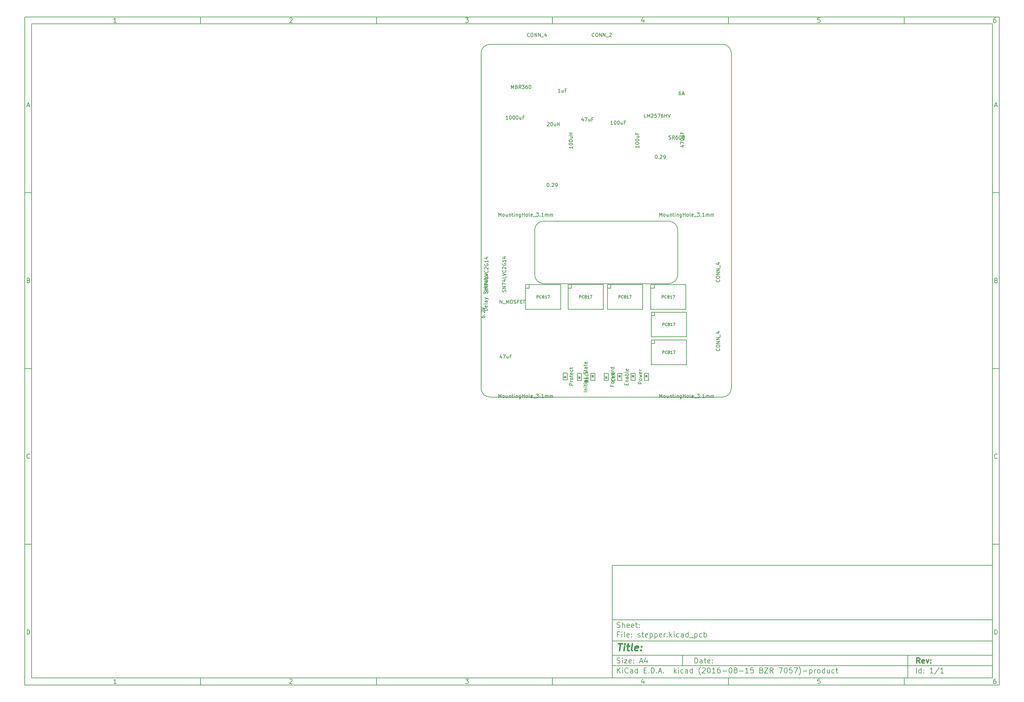
<source format=gbr>
G04 #@! TF.FileFunction,Other,Fab,Top*
%FSLAX46Y46*%
G04 Gerber Fmt 4.6, Leading zero omitted, Abs format (unit mm)*
G04 Created by KiCad (PCBNEW (2016-08-15 BZR 7057)-product) date Tue Nov  8 12:42:18 2016*
%MOMM*%
%LPD*%
G01*
G04 APERTURE LIST*
%ADD10C,0.100000*%
%ADD11C,0.150000*%
%ADD12C,0.300000*%
%ADD13C,0.400000*%
G04 APERTURE END LIST*
D10*
D11*
X177002200Y-166007200D02*
X177002200Y-198007200D01*
X285002200Y-198007200D01*
X285002200Y-166007200D01*
X177002200Y-166007200D01*
D10*
D11*
X10000000Y-10000000D02*
X10000000Y-200007200D01*
X287002200Y-200007200D01*
X287002200Y-10000000D01*
X10000000Y-10000000D01*
D10*
D11*
X12000000Y-12000000D02*
X12000000Y-198007200D01*
X285002200Y-198007200D01*
X285002200Y-12000000D01*
X12000000Y-12000000D01*
D10*
D11*
X60000000Y-12000000D02*
X60000000Y-10000000D01*
D10*
D11*
X110000000Y-12000000D02*
X110000000Y-10000000D01*
D10*
D11*
X160000000Y-12000000D02*
X160000000Y-10000000D01*
D10*
D11*
X210000000Y-12000000D02*
X210000000Y-10000000D01*
D10*
D11*
X260000000Y-12000000D02*
X260000000Y-10000000D01*
D10*
D11*
X36065476Y-11588095D02*
X35322619Y-11588095D01*
X35694047Y-11588095D02*
X35694047Y-10288095D01*
X35570238Y-10473809D01*
X35446428Y-10597619D01*
X35322619Y-10659523D01*
D10*
D11*
X85322619Y-10411904D02*
X85384523Y-10350000D01*
X85508333Y-10288095D01*
X85817857Y-10288095D01*
X85941666Y-10350000D01*
X86003571Y-10411904D01*
X86065476Y-10535714D01*
X86065476Y-10659523D01*
X86003571Y-10845238D01*
X85260714Y-11588095D01*
X86065476Y-11588095D01*
D10*
D11*
X135260714Y-10288095D02*
X136065476Y-10288095D01*
X135632142Y-10783333D01*
X135817857Y-10783333D01*
X135941666Y-10845238D01*
X136003571Y-10907142D01*
X136065476Y-11030952D01*
X136065476Y-11340476D01*
X136003571Y-11464285D01*
X135941666Y-11526190D01*
X135817857Y-11588095D01*
X135446428Y-11588095D01*
X135322619Y-11526190D01*
X135260714Y-11464285D01*
D10*
D11*
X185941666Y-10721428D02*
X185941666Y-11588095D01*
X185632142Y-10226190D02*
X185322619Y-11154761D01*
X186127380Y-11154761D01*
D10*
D11*
X236003571Y-10288095D02*
X235384523Y-10288095D01*
X235322619Y-10907142D01*
X235384523Y-10845238D01*
X235508333Y-10783333D01*
X235817857Y-10783333D01*
X235941666Y-10845238D01*
X236003571Y-10907142D01*
X236065476Y-11030952D01*
X236065476Y-11340476D01*
X236003571Y-11464285D01*
X235941666Y-11526190D01*
X235817857Y-11588095D01*
X235508333Y-11588095D01*
X235384523Y-11526190D01*
X235322619Y-11464285D01*
D10*
D11*
X285941666Y-10288095D02*
X285694047Y-10288095D01*
X285570238Y-10350000D01*
X285508333Y-10411904D01*
X285384523Y-10597619D01*
X285322619Y-10845238D01*
X285322619Y-11340476D01*
X285384523Y-11464285D01*
X285446428Y-11526190D01*
X285570238Y-11588095D01*
X285817857Y-11588095D01*
X285941666Y-11526190D01*
X286003571Y-11464285D01*
X286065476Y-11340476D01*
X286065476Y-11030952D01*
X286003571Y-10907142D01*
X285941666Y-10845238D01*
X285817857Y-10783333D01*
X285570238Y-10783333D01*
X285446428Y-10845238D01*
X285384523Y-10907142D01*
X285322619Y-11030952D01*
D10*
D11*
X60000000Y-198007200D02*
X60000000Y-200007200D01*
D10*
D11*
X110000000Y-198007200D02*
X110000000Y-200007200D01*
D10*
D11*
X160000000Y-198007200D02*
X160000000Y-200007200D01*
D10*
D11*
X210000000Y-198007200D02*
X210000000Y-200007200D01*
D10*
D11*
X260000000Y-198007200D02*
X260000000Y-200007200D01*
D10*
D11*
X36065476Y-199595295D02*
X35322619Y-199595295D01*
X35694047Y-199595295D02*
X35694047Y-198295295D01*
X35570238Y-198481009D01*
X35446428Y-198604819D01*
X35322619Y-198666723D01*
D10*
D11*
X85322619Y-198419104D02*
X85384523Y-198357200D01*
X85508333Y-198295295D01*
X85817857Y-198295295D01*
X85941666Y-198357200D01*
X86003571Y-198419104D01*
X86065476Y-198542914D01*
X86065476Y-198666723D01*
X86003571Y-198852438D01*
X85260714Y-199595295D01*
X86065476Y-199595295D01*
D10*
D11*
X135260714Y-198295295D02*
X136065476Y-198295295D01*
X135632142Y-198790533D01*
X135817857Y-198790533D01*
X135941666Y-198852438D01*
X136003571Y-198914342D01*
X136065476Y-199038152D01*
X136065476Y-199347676D01*
X136003571Y-199471485D01*
X135941666Y-199533390D01*
X135817857Y-199595295D01*
X135446428Y-199595295D01*
X135322619Y-199533390D01*
X135260714Y-199471485D01*
D10*
D11*
X185941666Y-198728628D02*
X185941666Y-199595295D01*
X185632142Y-198233390D02*
X185322619Y-199161961D01*
X186127380Y-199161961D01*
D10*
D11*
X236003571Y-198295295D02*
X235384523Y-198295295D01*
X235322619Y-198914342D01*
X235384523Y-198852438D01*
X235508333Y-198790533D01*
X235817857Y-198790533D01*
X235941666Y-198852438D01*
X236003571Y-198914342D01*
X236065476Y-199038152D01*
X236065476Y-199347676D01*
X236003571Y-199471485D01*
X235941666Y-199533390D01*
X235817857Y-199595295D01*
X235508333Y-199595295D01*
X235384523Y-199533390D01*
X235322619Y-199471485D01*
D10*
D11*
X285941666Y-198295295D02*
X285694047Y-198295295D01*
X285570238Y-198357200D01*
X285508333Y-198419104D01*
X285384523Y-198604819D01*
X285322619Y-198852438D01*
X285322619Y-199347676D01*
X285384523Y-199471485D01*
X285446428Y-199533390D01*
X285570238Y-199595295D01*
X285817857Y-199595295D01*
X285941666Y-199533390D01*
X286003571Y-199471485D01*
X286065476Y-199347676D01*
X286065476Y-199038152D01*
X286003571Y-198914342D01*
X285941666Y-198852438D01*
X285817857Y-198790533D01*
X285570238Y-198790533D01*
X285446428Y-198852438D01*
X285384523Y-198914342D01*
X285322619Y-199038152D01*
D10*
D11*
X10000000Y-60000000D02*
X12000000Y-60000000D01*
D10*
D11*
X10000000Y-110000000D02*
X12000000Y-110000000D01*
D10*
D11*
X10000000Y-160000000D02*
X12000000Y-160000000D01*
D10*
D11*
X10690476Y-35216666D02*
X11309523Y-35216666D01*
X10566666Y-35588095D02*
X11000000Y-34288095D01*
X11433333Y-35588095D01*
D10*
D11*
X11092857Y-84907142D02*
X11278571Y-84969047D01*
X11340476Y-85030952D01*
X11402380Y-85154761D01*
X11402380Y-85340476D01*
X11340476Y-85464285D01*
X11278571Y-85526190D01*
X11154761Y-85588095D01*
X10659523Y-85588095D01*
X10659523Y-84288095D01*
X11092857Y-84288095D01*
X11216666Y-84350000D01*
X11278571Y-84411904D01*
X11340476Y-84535714D01*
X11340476Y-84659523D01*
X11278571Y-84783333D01*
X11216666Y-84845238D01*
X11092857Y-84907142D01*
X10659523Y-84907142D01*
D10*
D11*
X11402380Y-135464285D02*
X11340476Y-135526190D01*
X11154761Y-135588095D01*
X11030952Y-135588095D01*
X10845238Y-135526190D01*
X10721428Y-135402380D01*
X10659523Y-135278571D01*
X10597619Y-135030952D01*
X10597619Y-134845238D01*
X10659523Y-134597619D01*
X10721428Y-134473809D01*
X10845238Y-134350000D01*
X11030952Y-134288095D01*
X11154761Y-134288095D01*
X11340476Y-134350000D01*
X11402380Y-134411904D01*
D10*
D11*
X10659523Y-185588095D02*
X10659523Y-184288095D01*
X10969047Y-184288095D01*
X11154761Y-184350000D01*
X11278571Y-184473809D01*
X11340476Y-184597619D01*
X11402380Y-184845238D01*
X11402380Y-185030952D01*
X11340476Y-185278571D01*
X11278571Y-185402380D01*
X11154761Y-185526190D01*
X10969047Y-185588095D01*
X10659523Y-185588095D01*
D10*
D11*
X287002200Y-60000000D02*
X285002200Y-60000000D01*
D10*
D11*
X287002200Y-110000000D02*
X285002200Y-110000000D01*
D10*
D11*
X287002200Y-160000000D02*
X285002200Y-160000000D01*
D10*
D11*
X285692676Y-35216666D02*
X286311723Y-35216666D01*
X285568866Y-35588095D02*
X286002200Y-34288095D01*
X286435533Y-35588095D01*
D10*
D11*
X286095057Y-84907142D02*
X286280771Y-84969047D01*
X286342676Y-85030952D01*
X286404580Y-85154761D01*
X286404580Y-85340476D01*
X286342676Y-85464285D01*
X286280771Y-85526190D01*
X286156961Y-85588095D01*
X285661723Y-85588095D01*
X285661723Y-84288095D01*
X286095057Y-84288095D01*
X286218866Y-84350000D01*
X286280771Y-84411904D01*
X286342676Y-84535714D01*
X286342676Y-84659523D01*
X286280771Y-84783333D01*
X286218866Y-84845238D01*
X286095057Y-84907142D01*
X285661723Y-84907142D01*
D10*
D11*
X286404580Y-135464285D02*
X286342676Y-135526190D01*
X286156961Y-135588095D01*
X286033152Y-135588095D01*
X285847438Y-135526190D01*
X285723628Y-135402380D01*
X285661723Y-135278571D01*
X285599819Y-135030952D01*
X285599819Y-134845238D01*
X285661723Y-134597619D01*
X285723628Y-134473809D01*
X285847438Y-134350000D01*
X286033152Y-134288095D01*
X286156961Y-134288095D01*
X286342676Y-134350000D01*
X286404580Y-134411904D01*
D10*
D11*
X285661723Y-185588095D02*
X285661723Y-184288095D01*
X285971247Y-184288095D01*
X286156961Y-184350000D01*
X286280771Y-184473809D01*
X286342676Y-184597619D01*
X286404580Y-184845238D01*
X286404580Y-185030952D01*
X286342676Y-185278571D01*
X286280771Y-185402380D01*
X286156961Y-185526190D01*
X285971247Y-185588095D01*
X285661723Y-185588095D01*
D10*
D11*
X200434342Y-193785771D02*
X200434342Y-192285771D01*
X200791485Y-192285771D01*
X201005771Y-192357200D01*
X201148628Y-192500057D01*
X201220057Y-192642914D01*
X201291485Y-192928628D01*
X201291485Y-193142914D01*
X201220057Y-193428628D01*
X201148628Y-193571485D01*
X201005771Y-193714342D01*
X200791485Y-193785771D01*
X200434342Y-193785771D01*
X202577200Y-193785771D02*
X202577200Y-193000057D01*
X202505771Y-192857200D01*
X202362914Y-192785771D01*
X202077200Y-192785771D01*
X201934342Y-192857200D01*
X202577200Y-193714342D02*
X202434342Y-193785771D01*
X202077200Y-193785771D01*
X201934342Y-193714342D01*
X201862914Y-193571485D01*
X201862914Y-193428628D01*
X201934342Y-193285771D01*
X202077200Y-193214342D01*
X202434342Y-193214342D01*
X202577200Y-193142914D01*
X203077200Y-192785771D02*
X203648628Y-192785771D01*
X203291485Y-192285771D02*
X203291485Y-193571485D01*
X203362914Y-193714342D01*
X203505771Y-193785771D01*
X203648628Y-193785771D01*
X204720057Y-193714342D02*
X204577200Y-193785771D01*
X204291485Y-193785771D01*
X204148628Y-193714342D01*
X204077200Y-193571485D01*
X204077200Y-193000057D01*
X204148628Y-192857200D01*
X204291485Y-192785771D01*
X204577200Y-192785771D01*
X204720057Y-192857200D01*
X204791485Y-193000057D01*
X204791485Y-193142914D01*
X204077200Y-193285771D01*
X205434342Y-193642914D02*
X205505771Y-193714342D01*
X205434342Y-193785771D01*
X205362914Y-193714342D01*
X205434342Y-193642914D01*
X205434342Y-193785771D01*
X205434342Y-192857200D02*
X205505771Y-192928628D01*
X205434342Y-193000057D01*
X205362914Y-192928628D01*
X205434342Y-192857200D01*
X205434342Y-193000057D01*
D10*
D11*
X177002200Y-194507200D02*
X285002200Y-194507200D01*
D10*
D11*
X178434342Y-196585771D02*
X178434342Y-195085771D01*
X179291485Y-196585771D02*
X178648628Y-195728628D01*
X179291485Y-195085771D02*
X178434342Y-195942914D01*
X179934342Y-196585771D02*
X179934342Y-195585771D01*
X179934342Y-195085771D02*
X179862914Y-195157200D01*
X179934342Y-195228628D01*
X180005771Y-195157200D01*
X179934342Y-195085771D01*
X179934342Y-195228628D01*
X181505771Y-196442914D02*
X181434342Y-196514342D01*
X181220057Y-196585771D01*
X181077200Y-196585771D01*
X180862914Y-196514342D01*
X180720057Y-196371485D01*
X180648628Y-196228628D01*
X180577200Y-195942914D01*
X180577200Y-195728628D01*
X180648628Y-195442914D01*
X180720057Y-195300057D01*
X180862914Y-195157200D01*
X181077200Y-195085771D01*
X181220057Y-195085771D01*
X181434342Y-195157200D01*
X181505771Y-195228628D01*
X182791485Y-196585771D02*
X182791485Y-195800057D01*
X182720057Y-195657200D01*
X182577200Y-195585771D01*
X182291485Y-195585771D01*
X182148628Y-195657200D01*
X182791485Y-196514342D02*
X182648628Y-196585771D01*
X182291485Y-196585771D01*
X182148628Y-196514342D01*
X182077200Y-196371485D01*
X182077200Y-196228628D01*
X182148628Y-196085771D01*
X182291485Y-196014342D01*
X182648628Y-196014342D01*
X182791485Y-195942914D01*
X184148628Y-196585771D02*
X184148628Y-195085771D01*
X184148628Y-196514342D02*
X184005771Y-196585771D01*
X183720057Y-196585771D01*
X183577200Y-196514342D01*
X183505771Y-196442914D01*
X183434342Y-196300057D01*
X183434342Y-195871485D01*
X183505771Y-195728628D01*
X183577200Y-195657200D01*
X183720057Y-195585771D01*
X184005771Y-195585771D01*
X184148628Y-195657200D01*
X186005771Y-195800057D02*
X186505771Y-195800057D01*
X186720057Y-196585771D02*
X186005771Y-196585771D01*
X186005771Y-195085771D01*
X186720057Y-195085771D01*
X187362914Y-196442914D02*
X187434342Y-196514342D01*
X187362914Y-196585771D01*
X187291485Y-196514342D01*
X187362914Y-196442914D01*
X187362914Y-196585771D01*
X188077200Y-196585771D02*
X188077200Y-195085771D01*
X188434342Y-195085771D01*
X188648628Y-195157200D01*
X188791485Y-195300057D01*
X188862914Y-195442914D01*
X188934342Y-195728628D01*
X188934342Y-195942914D01*
X188862914Y-196228628D01*
X188791485Y-196371485D01*
X188648628Y-196514342D01*
X188434342Y-196585771D01*
X188077200Y-196585771D01*
X189577200Y-196442914D02*
X189648628Y-196514342D01*
X189577200Y-196585771D01*
X189505771Y-196514342D01*
X189577200Y-196442914D01*
X189577200Y-196585771D01*
X190220057Y-196157200D02*
X190934342Y-196157200D01*
X190077200Y-196585771D02*
X190577200Y-195085771D01*
X191077200Y-196585771D01*
X191577200Y-196442914D02*
X191648628Y-196514342D01*
X191577200Y-196585771D01*
X191505771Y-196514342D01*
X191577200Y-196442914D01*
X191577200Y-196585771D01*
X194577200Y-196585771D02*
X194577200Y-195085771D01*
X194720057Y-196014342D02*
X195148628Y-196585771D01*
X195148628Y-195585771D02*
X194577200Y-196157200D01*
X195791485Y-196585771D02*
X195791485Y-195585771D01*
X195791485Y-195085771D02*
X195720057Y-195157200D01*
X195791485Y-195228628D01*
X195862914Y-195157200D01*
X195791485Y-195085771D01*
X195791485Y-195228628D01*
X197148628Y-196514342D02*
X197005771Y-196585771D01*
X196720057Y-196585771D01*
X196577200Y-196514342D01*
X196505771Y-196442914D01*
X196434342Y-196300057D01*
X196434342Y-195871485D01*
X196505771Y-195728628D01*
X196577200Y-195657200D01*
X196720057Y-195585771D01*
X197005771Y-195585771D01*
X197148628Y-195657200D01*
X198434342Y-196585771D02*
X198434342Y-195800057D01*
X198362914Y-195657200D01*
X198220057Y-195585771D01*
X197934342Y-195585771D01*
X197791485Y-195657200D01*
X198434342Y-196514342D02*
X198291485Y-196585771D01*
X197934342Y-196585771D01*
X197791485Y-196514342D01*
X197720057Y-196371485D01*
X197720057Y-196228628D01*
X197791485Y-196085771D01*
X197934342Y-196014342D01*
X198291485Y-196014342D01*
X198434342Y-195942914D01*
X199791485Y-196585771D02*
X199791485Y-195085771D01*
X199791485Y-196514342D02*
X199648628Y-196585771D01*
X199362914Y-196585771D01*
X199220057Y-196514342D01*
X199148628Y-196442914D01*
X199077200Y-196300057D01*
X199077200Y-195871485D01*
X199148628Y-195728628D01*
X199220057Y-195657200D01*
X199362914Y-195585771D01*
X199648628Y-195585771D01*
X199791485Y-195657200D01*
X202077200Y-197157200D02*
X202005771Y-197085771D01*
X201862914Y-196871485D01*
X201791485Y-196728628D01*
X201720057Y-196514342D01*
X201648628Y-196157200D01*
X201648628Y-195871485D01*
X201720057Y-195514342D01*
X201791485Y-195300057D01*
X201862914Y-195157200D01*
X202005771Y-194942914D01*
X202077200Y-194871485D01*
X202577200Y-195228628D02*
X202648628Y-195157200D01*
X202791485Y-195085771D01*
X203148628Y-195085771D01*
X203291485Y-195157200D01*
X203362914Y-195228628D01*
X203434342Y-195371485D01*
X203434342Y-195514342D01*
X203362914Y-195728628D01*
X202505771Y-196585771D01*
X203434342Y-196585771D01*
X204362914Y-195085771D02*
X204505771Y-195085771D01*
X204648628Y-195157200D01*
X204720057Y-195228628D01*
X204791485Y-195371485D01*
X204862914Y-195657200D01*
X204862914Y-196014342D01*
X204791485Y-196300057D01*
X204720057Y-196442914D01*
X204648628Y-196514342D01*
X204505771Y-196585771D01*
X204362914Y-196585771D01*
X204220057Y-196514342D01*
X204148628Y-196442914D01*
X204077200Y-196300057D01*
X204005771Y-196014342D01*
X204005771Y-195657200D01*
X204077200Y-195371485D01*
X204148628Y-195228628D01*
X204220057Y-195157200D01*
X204362914Y-195085771D01*
X206291485Y-196585771D02*
X205434342Y-196585771D01*
X205862914Y-196585771D02*
X205862914Y-195085771D01*
X205720057Y-195300057D01*
X205577200Y-195442914D01*
X205434342Y-195514342D01*
X207577200Y-195085771D02*
X207291485Y-195085771D01*
X207148628Y-195157200D01*
X207077200Y-195228628D01*
X206934342Y-195442914D01*
X206862914Y-195728628D01*
X206862914Y-196300057D01*
X206934342Y-196442914D01*
X207005771Y-196514342D01*
X207148628Y-196585771D01*
X207434342Y-196585771D01*
X207577200Y-196514342D01*
X207648628Y-196442914D01*
X207720057Y-196300057D01*
X207720057Y-195942914D01*
X207648628Y-195800057D01*
X207577200Y-195728628D01*
X207434342Y-195657200D01*
X207148628Y-195657200D01*
X207005771Y-195728628D01*
X206934342Y-195800057D01*
X206862914Y-195942914D01*
X208362914Y-196014342D02*
X209505771Y-196014342D01*
X210505771Y-195085771D02*
X210648628Y-195085771D01*
X210791485Y-195157200D01*
X210862914Y-195228628D01*
X210934342Y-195371485D01*
X211005771Y-195657200D01*
X211005771Y-196014342D01*
X210934342Y-196300057D01*
X210862914Y-196442914D01*
X210791485Y-196514342D01*
X210648628Y-196585771D01*
X210505771Y-196585771D01*
X210362914Y-196514342D01*
X210291485Y-196442914D01*
X210220057Y-196300057D01*
X210148628Y-196014342D01*
X210148628Y-195657200D01*
X210220057Y-195371485D01*
X210291485Y-195228628D01*
X210362914Y-195157200D01*
X210505771Y-195085771D01*
X211862914Y-195728628D02*
X211720057Y-195657200D01*
X211648628Y-195585771D01*
X211577200Y-195442914D01*
X211577200Y-195371485D01*
X211648628Y-195228628D01*
X211720057Y-195157200D01*
X211862914Y-195085771D01*
X212148628Y-195085771D01*
X212291485Y-195157200D01*
X212362914Y-195228628D01*
X212434342Y-195371485D01*
X212434342Y-195442914D01*
X212362914Y-195585771D01*
X212291485Y-195657200D01*
X212148628Y-195728628D01*
X211862914Y-195728628D01*
X211720057Y-195800057D01*
X211648628Y-195871485D01*
X211577200Y-196014342D01*
X211577200Y-196300057D01*
X211648628Y-196442914D01*
X211720057Y-196514342D01*
X211862914Y-196585771D01*
X212148628Y-196585771D01*
X212291485Y-196514342D01*
X212362914Y-196442914D01*
X212434342Y-196300057D01*
X212434342Y-196014342D01*
X212362914Y-195871485D01*
X212291485Y-195800057D01*
X212148628Y-195728628D01*
X213077200Y-196014342D02*
X214220057Y-196014342D01*
X215720057Y-196585771D02*
X214862914Y-196585771D01*
X215291485Y-196585771D02*
X215291485Y-195085771D01*
X215148628Y-195300057D01*
X215005771Y-195442914D01*
X214862914Y-195514342D01*
X217077200Y-195085771D02*
X216362914Y-195085771D01*
X216291485Y-195800057D01*
X216362914Y-195728628D01*
X216505771Y-195657200D01*
X216862914Y-195657200D01*
X217005771Y-195728628D01*
X217077200Y-195800057D01*
X217148628Y-195942914D01*
X217148628Y-196300057D01*
X217077200Y-196442914D01*
X217005771Y-196514342D01*
X216862914Y-196585771D01*
X216505771Y-196585771D01*
X216362914Y-196514342D01*
X216291485Y-196442914D01*
X219434342Y-195800057D02*
X219648628Y-195871485D01*
X219720057Y-195942914D01*
X219791485Y-196085771D01*
X219791485Y-196300057D01*
X219720057Y-196442914D01*
X219648628Y-196514342D01*
X219505771Y-196585771D01*
X218934342Y-196585771D01*
X218934342Y-195085771D01*
X219434342Y-195085771D01*
X219577200Y-195157200D01*
X219648628Y-195228628D01*
X219720057Y-195371485D01*
X219720057Y-195514342D01*
X219648628Y-195657200D01*
X219577200Y-195728628D01*
X219434342Y-195800057D01*
X218934342Y-195800057D01*
X220291485Y-195085771D02*
X221291485Y-195085771D01*
X220291485Y-196585771D01*
X221291485Y-196585771D01*
X222720057Y-196585771D02*
X222220057Y-195871485D01*
X221862914Y-196585771D02*
X221862914Y-195085771D01*
X222434342Y-195085771D01*
X222577200Y-195157200D01*
X222648628Y-195228628D01*
X222720057Y-195371485D01*
X222720057Y-195585771D01*
X222648628Y-195728628D01*
X222577200Y-195800057D01*
X222434342Y-195871485D01*
X221862914Y-195871485D01*
X224362914Y-195085771D02*
X225362914Y-195085771D01*
X224720057Y-196585771D01*
X226220057Y-195085771D02*
X226362914Y-195085771D01*
X226505771Y-195157200D01*
X226577200Y-195228628D01*
X226648628Y-195371485D01*
X226720057Y-195657200D01*
X226720057Y-196014342D01*
X226648628Y-196300057D01*
X226577200Y-196442914D01*
X226505771Y-196514342D01*
X226362914Y-196585771D01*
X226220057Y-196585771D01*
X226077200Y-196514342D01*
X226005771Y-196442914D01*
X225934342Y-196300057D01*
X225862914Y-196014342D01*
X225862914Y-195657200D01*
X225934342Y-195371485D01*
X226005771Y-195228628D01*
X226077200Y-195157200D01*
X226220057Y-195085771D01*
X228077200Y-195085771D02*
X227362914Y-195085771D01*
X227291485Y-195800057D01*
X227362914Y-195728628D01*
X227505771Y-195657200D01*
X227862914Y-195657200D01*
X228005771Y-195728628D01*
X228077200Y-195800057D01*
X228148628Y-195942914D01*
X228148628Y-196300057D01*
X228077200Y-196442914D01*
X228005771Y-196514342D01*
X227862914Y-196585771D01*
X227505771Y-196585771D01*
X227362914Y-196514342D01*
X227291485Y-196442914D01*
X228648628Y-195085771D02*
X229648628Y-195085771D01*
X229005771Y-196585771D01*
X230077199Y-197157200D02*
X230148628Y-197085771D01*
X230291485Y-196871485D01*
X230362914Y-196728628D01*
X230434342Y-196514342D01*
X230505771Y-196157200D01*
X230505771Y-195871485D01*
X230434342Y-195514342D01*
X230362914Y-195300057D01*
X230291485Y-195157200D01*
X230148628Y-194942914D01*
X230077199Y-194871485D01*
X231220057Y-196014342D02*
X232362914Y-196014342D01*
X233077199Y-195585771D02*
X233077199Y-197085771D01*
X233077199Y-195657200D02*
X233220057Y-195585771D01*
X233505771Y-195585771D01*
X233648628Y-195657200D01*
X233720057Y-195728628D01*
X233791485Y-195871485D01*
X233791485Y-196300057D01*
X233720057Y-196442914D01*
X233648628Y-196514342D01*
X233505771Y-196585771D01*
X233220057Y-196585771D01*
X233077199Y-196514342D01*
X234434342Y-196585771D02*
X234434342Y-195585771D01*
X234434342Y-195871485D02*
X234505771Y-195728628D01*
X234577199Y-195657200D01*
X234720057Y-195585771D01*
X234862914Y-195585771D01*
X235577199Y-196585771D02*
X235434342Y-196514342D01*
X235362914Y-196442914D01*
X235291485Y-196300057D01*
X235291485Y-195871485D01*
X235362914Y-195728628D01*
X235434342Y-195657200D01*
X235577199Y-195585771D01*
X235791485Y-195585771D01*
X235934342Y-195657200D01*
X236005771Y-195728628D01*
X236077199Y-195871485D01*
X236077199Y-196300057D01*
X236005771Y-196442914D01*
X235934342Y-196514342D01*
X235791485Y-196585771D01*
X235577199Y-196585771D01*
X237362914Y-196585771D02*
X237362914Y-195085771D01*
X237362914Y-196514342D02*
X237220057Y-196585771D01*
X236934342Y-196585771D01*
X236791485Y-196514342D01*
X236720057Y-196442914D01*
X236648628Y-196300057D01*
X236648628Y-195871485D01*
X236720057Y-195728628D01*
X236791485Y-195657200D01*
X236934342Y-195585771D01*
X237220057Y-195585771D01*
X237362914Y-195657200D01*
X238720057Y-195585771D02*
X238720057Y-196585771D01*
X238077199Y-195585771D02*
X238077199Y-196371485D01*
X238148628Y-196514342D01*
X238291485Y-196585771D01*
X238505771Y-196585771D01*
X238648628Y-196514342D01*
X238720057Y-196442914D01*
X240077199Y-196514342D02*
X239934342Y-196585771D01*
X239648628Y-196585771D01*
X239505771Y-196514342D01*
X239434342Y-196442914D01*
X239362914Y-196300057D01*
X239362914Y-195871485D01*
X239434342Y-195728628D01*
X239505771Y-195657200D01*
X239648628Y-195585771D01*
X239934342Y-195585771D01*
X240077199Y-195657200D01*
X240505771Y-195585771D02*
X241077199Y-195585771D01*
X240720057Y-195085771D02*
X240720057Y-196371485D01*
X240791485Y-196514342D01*
X240934342Y-196585771D01*
X241077199Y-196585771D01*
D10*
D11*
X177002200Y-191507200D02*
X285002200Y-191507200D01*
D10*
D12*
X264411485Y-193785771D02*
X263911485Y-193071485D01*
X263554342Y-193785771D02*
X263554342Y-192285771D01*
X264125771Y-192285771D01*
X264268628Y-192357200D01*
X264340057Y-192428628D01*
X264411485Y-192571485D01*
X264411485Y-192785771D01*
X264340057Y-192928628D01*
X264268628Y-193000057D01*
X264125771Y-193071485D01*
X263554342Y-193071485D01*
X265625771Y-193714342D02*
X265482914Y-193785771D01*
X265197200Y-193785771D01*
X265054342Y-193714342D01*
X264982914Y-193571485D01*
X264982914Y-193000057D01*
X265054342Y-192857200D01*
X265197200Y-192785771D01*
X265482914Y-192785771D01*
X265625771Y-192857200D01*
X265697200Y-193000057D01*
X265697200Y-193142914D01*
X264982914Y-193285771D01*
X266197200Y-192785771D02*
X266554342Y-193785771D01*
X266911485Y-192785771D01*
X267482914Y-193642914D02*
X267554342Y-193714342D01*
X267482914Y-193785771D01*
X267411485Y-193714342D01*
X267482914Y-193642914D01*
X267482914Y-193785771D01*
X267482914Y-192857200D02*
X267554342Y-192928628D01*
X267482914Y-193000057D01*
X267411485Y-192928628D01*
X267482914Y-192857200D01*
X267482914Y-193000057D01*
D10*
D11*
X178362914Y-193714342D02*
X178577200Y-193785771D01*
X178934342Y-193785771D01*
X179077200Y-193714342D01*
X179148628Y-193642914D01*
X179220057Y-193500057D01*
X179220057Y-193357200D01*
X179148628Y-193214342D01*
X179077200Y-193142914D01*
X178934342Y-193071485D01*
X178648628Y-193000057D01*
X178505771Y-192928628D01*
X178434342Y-192857200D01*
X178362914Y-192714342D01*
X178362914Y-192571485D01*
X178434342Y-192428628D01*
X178505771Y-192357200D01*
X178648628Y-192285771D01*
X179005771Y-192285771D01*
X179220057Y-192357200D01*
X179862914Y-193785771D02*
X179862914Y-192785771D01*
X179862914Y-192285771D02*
X179791485Y-192357200D01*
X179862914Y-192428628D01*
X179934342Y-192357200D01*
X179862914Y-192285771D01*
X179862914Y-192428628D01*
X180434342Y-192785771D02*
X181220057Y-192785771D01*
X180434342Y-193785771D01*
X181220057Y-193785771D01*
X182362914Y-193714342D02*
X182220057Y-193785771D01*
X181934342Y-193785771D01*
X181791485Y-193714342D01*
X181720057Y-193571485D01*
X181720057Y-193000057D01*
X181791485Y-192857200D01*
X181934342Y-192785771D01*
X182220057Y-192785771D01*
X182362914Y-192857200D01*
X182434342Y-193000057D01*
X182434342Y-193142914D01*
X181720057Y-193285771D01*
X183077200Y-193642914D02*
X183148628Y-193714342D01*
X183077200Y-193785771D01*
X183005771Y-193714342D01*
X183077200Y-193642914D01*
X183077200Y-193785771D01*
X183077200Y-192857200D02*
X183148628Y-192928628D01*
X183077200Y-193000057D01*
X183005771Y-192928628D01*
X183077200Y-192857200D01*
X183077200Y-193000057D01*
X184862914Y-193357200D02*
X185577200Y-193357200D01*
X184720057Y-193785771D02*
X185220057Y-192285771D01*
X185720057Y-193785771D01*
X186862914Y-192785771D02*
X186862914Y-193785771D01*
X186505771Y-192214342D02*
X186148628Y-193285771D01*
X187077200Y-193285771D01*
D10*
D11*
X263434342Y-196585771D02*
X263434342Y-195085771D01*
X264791485Y-196585771D02*
X264791485Y-195085771D01*
X264791485Y-196514342D02*
X264648628Y-196585771D01*
X264362914Y-196585771D01*
X264220057Y-196514342D01*
X264148628Y-196442914D01*
X264077200Y-196300057D01*
X264077200Y-195871485D01*
X264148628Y-195728628D01*
X264220057Y-195657200D01*
X264362914Y-195585771D01*
X264648628Y-195585771D01*
X264791485Y-195657200D01*
X265505771Y-196442914D02*
X265577200Y-196514342D01*
X265505771Y-196585771D01*
X265434342Y-196514342D01*
X265505771Y-196442914D01*
X265505771Y-196585771D01*
X265505771Y-195657200D02*
X265577200Y-195728628D01*
X265505771Y-195800057D01*
X265434342Y-195728628D01*
X265505771Y-195657200D01*
X265505771Y-195800057D01*
X268148628Y-196585771D02*
X267291485Y-196585771D01*
X267720057Y-196585771D02*
X267720057Y-195085771D01*
X267577200Y-195300057D01*
X267434342Y-195442914D01*
X267291485Y-195514342D01*
X269862914Y-195014342D02*
X268577200Y-196942914D01*
X271148628Y-196585771D02*
X270291485Y-196585771D01*
X270720057Y-196585771D02*
X270720057Y-195085771D01*
X270577200Y-195300057D01*
X270434342Y-195442914D01*
X270291485Y-195514342D01*
D10*
D11*
X177002200Y-187507200D02*
X285002200Y-187507200D01*
D10*
D13*
X178714580Y-188211961D02*
X179857438Y-188211961D01*
X179036009Y-190211961D02*
X179286009Y-188211961D01*
X180274104Y-190211961D02*
X180440771Y-188878628D01*
X180524104Y-188211961D02*
X180416961Y-188307200D01*
X180500295Y-188402438D01*
X180607438Y-188307200D01*
X180524104Y-188211961D01*
X180500295Y-188402438D01*
X181107438Y-188878628D02*
X181869342Y-188878628D01*
X181476485Y-188211961D02*
X181262200Y-189926247D01*
X181333628Y-190116723D01*
X181512200Y-190211961D01*
X181702676Y-190211961D01*
X182655057Y-190211961D02*
X182476485Y-190116723D01*
X182405057Y-189926247D01*
X182619342Y-188211961D01*
X184190771Y-190116723D02*
X183988390Y-190211961D01*
X183607438Y-190211961D01*
X183428866Y-190116723D01*
X183357438Y-189926247D01*
X183452676Y-189164342D01*
X183571723Y-188973866D01*
X183774104Y-188878628D01*
X184155057Y-188878628D01*
X184333628Y-188973866D01*
X184405057Y-189164342D01*
X184381247Y-189354819D01*
X183405057Y-189545295D01*
X185155057Y-190021485D02*
X185238390Y-190116723D01*
X185131247Y-190211961D01*
X185047914Y-190116723D01*
X185155057Y-190021485D01*
X185131247Y-190211961D01*
X185286009Y-188973866D02*
X185369342Y-189069104D01*
X185262200Y-189164342D01*
X185178866Y-189069104D01*
X185286009Y-188973866D01*
X185262200Y-189164342D01*
D10*
D11*
X178934342Y-185600057D02*
X178434342Y-185600057D01*
X178434342Y-186385771D02*
X178434342Y-184885771D01*
X179148628Y-184885771D01*
X179720057Y-186385771D02*
X179720057Y-185385771D01*
X179720057Y-184885771D02*
X179648628Y-184957200D01*
X179720057Y-185028628D01*
X179791485Y-184957200D01*
X179720057Y-184885771D01*
X179720057Y-185028628D01*
X180648628Y-186385771D02*
X180505771Y-186314342D01*
X180434342Y-186171485D01*
X180434342Y-184885771D01*
X181791485Y-186314342D02*
X181648628Y-186385771D01*
X181362914Y-186385771D01*
X181220057Y-186314342D01*
X181148628Y-186171485D01*
X181148628Y-185600057D01*
X181220057Y-185457200D01*
X181362914Y-185385771D01*
X181648628Y-185385771D01*
X181791485Y-185457200D01*
X181862914Y-185600057D01*
X181862914Y-185742914D01*
X181148628Y-185885771D01*
X182505771Y-186242914D02*
X182577200Y-186314342D01*
X182505771Y-186385771D01*
X182434342Y-186314342D01*
X182505771Y-186242914D01*
X182505771Y-186385771D01*
X182505771Y-185457200D02*
X182577200Y-185528628D01*
X182505771Y-185600057D01*
X182434342Y-185528628D01*
X182505771Y-185457200D01*
X182505771Y-185600057D01*
X184291485Y-186314342D02*
X184434342Y-186385771D01*
X184720057Y-186385771D01*
X184862914Y-186314342D01*
X184934342Y-186171485D01*
X184934342Y-186100057D01*
X184862914Y-185957200D01*
X184720057Y-185885771D01*
X184505771Y-185885771D01*
X184362914Y-185814342D01*
X184291485Y-185671485D01*
X184291485Y-185600057D01*
X184362914Y-185457200D01*
X184505771Y-185385771D01*
X184720057Y-185385771D01*
X184862914Y-185457200D01*
X185362914Y-185385771D02*
X185934342Y-185385771D01*
X185577200Y-184885771D02*
X185577200Y-186171485D01*
X185648628Y-186314342D01*
X185791485Y-186385771D01*
X185934342Y-186385771D01*
X187005771Y-186314342D02*
X186862914Y-186385771D01*
X186577200Y-186385771D01*
X186434342Y-186314342D01*
X186362914Y-186171485D01*
X186362914Y-185600057D01*
X186434342Y-185457200D01*
X186577200Y-185385771D01*
X186862914Y-185385771D01*
X187005771Y-185457200D01*
X187077200Y-185600057D01*
X187077200Y-185742914D01*
X186362914Y-185885771D01*
X187720057Y-185385771D02*
X187720057Y-186885771D01*
X187720057Y-185457200D02*
X187862914Y-185385771D01*
X188148628Y-185385771D01*
X188291485Y-185457200D01*
X188362914Y-185528628D01*
X188434342Y-185671485D01*
X188434342Y-186100057D01*
X188362914Y-186242914D01*
X188291485Y-186314342D01*
X188148628Y-186385771D01*
X187862914Y-186385771D01*
X187720057Y-186314342D01*
X189077200Y-185385771D02*
X189077200Y-186885771D01*
X189077200Y-185457200D02*
X189220057Y-185385771D01*
X189505771Y-185385771D01*
X189648628Y-185457200D01*
X189720057Y-185528628D01*
X189791485Y-185671485D01*
X189791485Y-186100057D01*
X189720057Y-186242914D01*
X189648628Y-186314342D01*
X189505771Y-186385771D01*
X189220057Y-186385771D01*
X189077200Y-186314342D01*
X191005771Y-186314342D02*
X190862914Y-186385771D01*
X190577200Y-186385771D01*
X190434342Y-186314342D01*
X190362914Y-186171485D01*
X190362914Y-185600057D01*
X190434342Y-185457200D01*
X190577200Y-185385771D01*
X190862914Y-185385771D01*
X191005771Y-185457200D01*
X191077200Y-185600057D01*
X191077200Y-185742914D01*
X190362914Y-185885771D01*
X191720057Y-186385771D02*
X191720057Y-185385771D01*
X191720057Y-185671485D02*
X191791485Y-185528628D01*
X191862914Y-185457200D01*
X192005771Y-185385771D01*
X192148628Y-185385771D01*
X192648628Y-186242914D02*
X192720057Y-186314342D01*
X192648628Y-186385771D01*
X192577200Y-186314342D01*
X192648628Y-186242914D01*
X192648628Y-186385771D01*
X193362914Y-186385771D02*
X193362914Y-184885771D01*
X193505771Y-185814342D02*
X193934342Y-186385771D01*
X193934342Y-185385771D02*
X193362914Y-185957200D01*
X194577200Y-186385771D02*
X194577200Y-185385771D01*
X194577200Y-184885771D02*
X194505771Y-184957200D01*
X194577200Y-185028628D01*
X194648628Y-184957200D01*
X194577200Y-184885771D01*
X194577200Y-185028628D01*
X195934342Y-186314342D02*
X195791485Y-186385771D01*
X195505771Y-186385771D01*
X195362914Y-186314342D01*
X195291485Y-186242914D01*
X195220057Y-186100057D01*
X195220057Y-185671485D01*
X195291485Y-185528628D01*
X195362914Y-185457200D01*
X195505771Y-185385771D01*
X195791485Y-185385771D01*
X195934342Y-185457200D01*
X197220057Y-186385771D02*
X197220057Y-185600057D01*
X197148628Y-185457200D01*
X197005771Y-185385771D01*
X196720057Y-185385771D01*
X196577200Y-185457200D01*
X197220057Y-186314342D02*
X197077200Y-186385771D01*
X196720057Y-186385771D01*
X196577200Y-186314342D01*
X196505771Y-186171485D01*
X196505771Y-186028628D01*
X196577200Y-185885771D01*
X196720057Y-185814342D01*
X197077200Y-185814342D01*
X197220057Y-185742914D01*
X198577200Y-186385771D02*
X198577200Y-184885771D01*
X198577200Y-186314342D02*
X198434342Y-186385771D01*
X198148628Y-186385771D01*
X198005771Y-186314342D01*
X197934342Y-186242914D01*
X197862914Y-186100057D01*
X197862914Y-185671485D01*
X197934342Y-185528628D01*
X198005771Y-185457200D01*
X198148628Y-185385771D01*
X198434342Y-185385771D01*
X198577200Y-185457200D01*
X198934342Y-186528628D02*
X200077200Y-186528628D01*
X200434342Y-185385771D02*
X200434342Y-186885771D01*
X200434342Y-185457200D02*
X200577200Y-185385771D01*
X200862914Y-185385771D01*
X201005771Y-185457200D01*
X201077200Y-185528628D01*
X201148628Y-185671485D01*
X201148628Y-186100057D01*
X201077200Y-186242914D01*
X201005771Y-186314342D01*
X200862914Y-186385771D01*
X200577200Y-186385771D01*
X200434342Y-186314342D01*
X202434342Y-186314342D02*
X202291485Y-186385771D01*
X202005771Y-186385771D01*
X201862914Y-186314342D01*
X201791485Y-186242914D01*
X201720057Y-186100057D01*
X201720057Y-185671485D01*
X201791485Y-185528628D01*
X201862914Y-185457200D01*
X202005771Y-185385771D01*
X202291485Y-185385771D01*
X202434342Y-185457200D01*
X203077200Y-186385771D02*
X203077200Y-184885771D01*
X203077200Y-185457200D02*
X203220057Y-185385771D01*
X203505771Y-185385771D01*
X203648628Y-185457200D01*
X203720057Y-185528628D01*
X203791485Y-185671485D01*
X203791485Y-186100057D01*
X203720057Y-186242914D01*
X203648628Y-186314342D01*
X203505771Y-186385771D01*
X203220057Y-186385771D01*
X203077200Y-186314342D01*
D10*
D11*
X177002200Y-181507200D02*
X285002200Y-181507200D01*
D10*
D11*
X178362914Y-183614342D02*
X178577200Y-183685771D01*
X178934342Y-183685771D01*
X179077200Y-183614342D01*
X179148628Y-183542914D01*
X179220057Y-183400057D01*
X179220057Y-183257200D01*
X179148628Y-183114342D01*
X179077200Y-183042914D01*
X178934342Y-182971485D01*
X178648628Y-182900057D01*
X178505771Y-182828628D01*
X178434342Y-182757200D01*
X178362914Y-182614342D01*
X178362914Y-182471485D01*
X178434342Y-182328628D01*
X178505771Y-182257200D01*
X178648628Y-182185771D01*
X179005771Y-182185771D01*
X179220057Y-182257200D01*
X179862914Y-183685771D02*
X179862914Y-182185771D01*
X180505771Y-183685771D02*
X180505771Y-182900057D01*
X180434342Y-182757200D01*
X180291485Y-182685771D01*
X180077200Y-182685771D01*
X179934342Y-182757200D01*
X179862914Y-182828628D01*
X181791485Y-183614342D02*
X181648628Y-183685771D01*
X181362914Y-183685771D01*
X181220057Y-183614342D01*
X181148628Y-183471485D01*
X181148628Y-182900057D01*
X181220057Y-182757200D01*
X181362914Y-182685771D01*
X181648628Y-182685771D01*
X181791485Y-182757200D01*
X181862914Y-182900057D01*
X181862914Y-183042914D01*
X181148628Y-183185771D01*
X183077200Y-183614342D02*
X182934342Y-183685771D01*
X182648628Y-183685771D01*
X182505771Y-183614342D01*
X182434342Y-183471485D01*
X182434342Y-182900057D01*
X182505771Y-182757200D01*
X182648628Y-182685771D01*
X182934342Y-182685771D01*
X183077200Y-182757200D01*
X183148628Y-182900057D01*
X183148628Y-183042914D01*
X182434342Y-183185771D01*
X183577200Y-182685771D02*
X184148628Y-182685771D01*
X183791485Y-182185771D02*
X183791485Y-183471485D01*
X183862914Y-183614342D01*
X184005771Y-183685771D01*
X184148628Y-183685771D01*
X184648628Y-183542914D02*
X184720057Y-183614342D01*
X184648628Y-183685771D01*
X184577200Y-183614342D01*
X184648628Y-183542914D01*
X184648628Y-183685771D01*
X184648628Y-182757200D02*
X184720057Y-182828628D01*
X184648628Y-182900057D01*
X184577200Y-182828628D01*
X184648628Y-182757200D01*
X184648628Y-182900057D01*
D10*
D11*
X197002200Y-191507200D02*
X197002200Y-194507200D01*
D10*
D11*
X261002200Y-191507200D02*
X261002200Y-198007200D01*
X139700000Y-115570000D02*
G75*
G03X142240000Y-118110000I2540000J0D01*
G01*
X208280000Y-118110000D02*
G75*
G03X210820000Y-115570000I0J2540000D01*
G01*
X142240000Y-17780000D02*
G75*
G03X139700000Y-20320000I0J-2540000D01*
G01*
X210820000Y-115570000D02*
X210820000Y-20320000D01*
X210820000Y-20320000D02*
G75*
G03X208280000Y-17780000I-2540000J0D01*
G01*
X142240000Y-118110000D02*
X208280000Y-118110000D01*
X139700000Y-20320000D02*
X139700000Y-115570000D01*
X208280000Y-17780000D02*
X142240000Y-17780000D01*
X153353000Y-86162000D02*
X153353000Y-87162000D01*
X153353000Y-87162000D02*
X152353000Y-87162000D01*
X152353000Y-86162000D02*
X162353000Y-86162000D01*
X162353000Y-86162000D02*
X162353000Y-93162000D01*
X162353000Y-93162000D02*
X152353000Y-93162000D01*
X152353000Y-93162000D02*
X152353000Y-86162000D01*
X175594000Y-93162000D02*
X175594000Y-86162000D01*
X185594000Y-93162000D02*
X175594000Y-93162000D01*
X185594000Y-86162000D02*
X185594000Y-93162000D01*
X175594000Y-86162000D02*
X185594000Y-86162000D01*
X176594000Y-87162000D02*
X175594000Y-87162000D01*
X176594000Y-86162000D02*
X176594000Y-87162000D01*
X165418000Y-86162000D02*
X165418000Y-87162000D01*
X165418000Y-87162000D02*
X164418000Y-87162000D01*
X164418000Y-86162000D02*
X174418000Y-86162000D01*
X174418000Y-86162000D02*
X174418000Y-93162000D01*
X174418000Y-93162000D02*
X164418000Y-93162000D01*
X164418000Y-93162000D02*
X164418000Y-86162000D01*
X189040000Y-101910000D02*
X189040000Y-102910000D01*
X189040000Y-102910000D02*
X188040000Y-102910000D01*
X188040000Y-101910000D02*
X198040000Y-101910000D01*
X198040000Y-101910000D02*
X198040000Y-108910000D01*
X198040000Y-108910000D02*
X188040000Y-108910000D01*
X188040000Y-108910000D02*
X188040000Y-101910000D01*
X188040000Y-100972500D02*
X188040000Y-93972500D01*
X198040000Y-100972500D02*
X188040000Y-100972500D01*
X198040000Y-93972500D02*
X198040000Y-100972500D01*
X188040000Y-93972500D02*
X198040000Y-93972500D01*
X189040000Y-94972500D02*
X188040000Y-94972500D01*
X189040000Y-93972500D02*
X189040000Y-94972500D01*
X188913000Y-86162000D02*
X188913000Y-87162000D01*
X188913000Y-87162000D02*
X187913000Y-87162000D01*
X187913000Y-86162000D02*
X197913000Y-86162000D01*
X197913000Y-86162000D02*
X197913000Y-93162000D01*
X197913000Y-93162000D02*
X187913000Y-93162000D01*
X187913000Y-93162000D02*
X187913000Y-86162000D01*
X167340000Y-112795000D02*
X167940000Y-112795000D01*
X167640000Y-112695000D02*
X167340000Y-112395000D01*
X167940000Y-112395000D02*
X167640000Y-112695000D01*
X167340000Y-112395000D02*
X167940000Y-112395000D01*
X167040000Y-111395000D02*
X167040000Y-113395000D01*
X168240000Y-111395000D02*
X167040000Y-111395000D01*
X168240000Y-113395000D02*
X168240000Y-111395000D01*
X167040000Y-113395000D02*
X168240000Y-113395000D01*
X163276000Y-112668000D02*
X163876000Y-112668000D01*
X163576000Y-112568000D02*
X163276000Y-112268000D01*
X163876000Y-112268000D02*
X163576000Y-112568000D01*
X163276000Y-112268000D02*
X163876000Y-112268000D01*
X162976000Y-111268000D02*
X162976000Y-113268000D01*
X164176000Y-111268000D02*
X162976000Y-111268000D01*
X164176000Y-113268000D02*
X164176000Y-111268000D01*
X162976000Y-113268000D02*
X164176000Y-113268000D01*
X186990000Y-111962000D02*
X186390000Y-111962000D01*
X186690000Y-112062000D02*
X186990000Y-112362000D01*
X186390000Y-112362000D02*
X186690000Y-112062000D01*
X186990000Y-112362000D02*
X186390000Y-112362000D01*
X187290000Y-113362000D02*
X187290000Y-111362000D01*
X186090000Y-113362000D02*
X187290000Y-113362000D01*
X186090000Y-111362000D02*
X186090000Y-113362000D01*
X187290000Y-111362000D02*
X186090000Y-111362000D01*
X183180000Y-111995000D02*
X182580000Y-111995000D01*
X182880000Y-112095000D02*
X183180000Y-112395000D01*
X182580000Y-112395000D02*
X182880000Y-112095000D01*
X183180000Y-112395000D02*
X182580000Y-112395000D01*
X183480000Y-113395000D02*
X183480000Y-111395000D01*
X182280000Y-113395000D02*
X183480000Y-113395000D01*
X182280000Y-111395000D02*
X182280000Y-113395000D01*
X183480000Y-111395000D02*
X182280000Y-111395000D01*
X179370000Y-111995000D02*
X178770000Y-111995000D01*
X179070000Y-112095000D02*
X179370000Y-112395000D01*
X178770000Y-112395000D02*
X179070000Y-112095000D01*
X179370000Y-112395000D02*
X178770000Y-112395000D01*
X179670000Y-113395000D02*
X179670000Y-111395000D01*
X178470000Y-113395000D02*
X179670000Y-113395000D01*
X178470000Y-111395000D02*
X178470000Y-113395000D01*
X179670000Y-111395000D02*
X178470000Y-111395000D01*
X171750000Y-111995000D02*
X171150000Y-111995000D01*
X171450000Y-112095000D02*
X171750000Y-112395000D01*
X171150000Y-112395000D02*
X171450000Y-112095000D01*
X171750000Y-112395000D02*
X171150000Y-112395000D01*
X172050000Y-113395000D02*
X172050000Y-111395000D01*
X170850000Y-113395000D02*
X172050000Y-113395000D01*
X170850000Y-111395000D02*
X170850000Y-113395000D01*
X172050000Y-111395000D02*
X170850000Y-111395000D01*
X174960000Y-112795000D02*
X175560000Y-112795000D01*
X175260000Y-112695000D02*
X174960000Y-112395000D01*
X175560000Y-112395000D02*
X175260000Y-112695000D01*
X174960000Y-112395000D02*
X175560000Y-112395000D01*
X174660000Y-111395000D02*
X174660000Y-113395000D01*
X175860000Y-111395000D02*
X174660000Y-111395000D01*
X175860000Y-113395000D02*
X175860000Y-111395000D01*
X174660000Y-113395000D02*
X175860000Y-113395000D01*
X154940000Y-83312000D02*
G75*
G03X157480000Y-85852000I2540000J0D01*
G01*
X157480000Y-68072000D02*
G75*
G03X154940000Y-70612000I0J-2540000D01*
G01*
X193040000Y-85852000D02*
G75*
G03X195580000Y-83312000I0J2540000D01*
G01*
X195580000Y-70612000D02*
G75*
G03X193040000Y-68072000I-2540000J0D01*
G01*
X195580000Y-70612000D02*
X195580000Y-83312000D01*
X193040000Y-85852000D02*
X157480000Y-85852000D01*
X154940000Y-83312000D02*
X154940000Y-70612000D01*
X193040000Y-68072000D02*
X157480000Y-68072000D01*
X144709523Y-118274380D02*
X144709523Y-117274380D01*
X145042857Y-117988666D01*
X145376190Y-117274380D01*
X145376190Y-118274380D01*
X145995238Y-118274380D02*
X145900000Y-118226761D01*
X145852380Y-118179142D01*
X145804761Y-118083904D01*
X145804761Y-117798190D01*
X145852380Y-117702952D01*
X145900000Y-117655333D01*
X145995238Y-117607714D01*
X146138095Y-117607714D01*
X146233333Y-117655333D01*
X146280952Y-117702952D01*
X146328571Y-117798190D01*
X146328571Y-118083904D01*
X146280952Y-118179142D01*
X146233333Y-118226761D01*
X146138095Y-118274380D01*
X145995238Y-118274380D01*
X147185714Y-117607714D02*
X147185714Y-118274380D01*
X146757142Y-117607714D02*
X146757142Y-118131523D01*
X146804761Y-118226761D01*
X146900000Y-118274380D01*
X147042857Y-118274380D01*
X147138095Y-118226761D01*
X147185714Y-118179142D01*
X147661904Y-117607714D02*
X147661904Y-118274380D01*
X147661904Y-117702952D02*
X147709523Y-117655333D01*
X147804761Y-117607714D01*
X147947619Y-117607714D01*
X148042857Y-117655333D01*
X148090476Y-117750571D01*
X148090476Y-118274380D01*
X148423809Y-117607714D02*
X148804761Y-117607714D01*
X148566666Y-117274380D02*
X148566666Y-118131523D01*
X148614285Y-118226761D01*
X148709523Y-118274380D01*
X148804761Y-118274380D01*
X149138095Y-118274380D02*
X149138095Y-117607714D01*
X149138095Y-117274380D02*
X149090476Y-117322000D01*
X149138095Y-117369619D01*
X149185714Y-117322000D01*
X149138095Y-117274380D01*
X149138095Y-117369619D01*
X149614285Y-117607714D02*
X149614285Y-118274380D01*
X149614285Y-117702952D02*
X149661904Y-117655333D01*
X149757142Y-117607714D01*
X149900000Y-117607714D01*
X149995238Y-117655333D01*
X150042857Y-117750571D01*
X150042857Y-118274380D01*
X150947619Y-117607714D02*
X150947619Y-118417238D01*
X150900000Y-118512476D01*
X150852380Y-118560095D01*
X150757142Y-118607714D01*
X150614285Y-118607714D01*
X150519047Y-118560095D01*
X150947619Y-118226761D02*
X150852380Y-118274380D01*
X150661904Y-118274380D01*
X150566666Y-118226761D01*
X150519047Y-118179142D01*
X150471428Y-118083904D01*
X150471428Y-117798190D01*
X150519047Y-117702952D01*
X150566666Y-117655333D01*
X150661904Y-117607714D01*
X150852380Y-117607714D01*
X150947619Y-117655333D01*
X151423809Y-118274380D02*
X151423809Y-117274380D01*
X151423809Y-117750571D02*
X151995238Y-117750571D01*
X151995238Y-118274380D02*
X151995238Y-117274380D01*
X152614285Y-118274380D02*
X152519047Y-118226761D01*
X152471428Y-118179142D01*
X152423809Y-118083904D01*
X152423809Y-117798190D01*
X152471428Y-117702952D01*
X152519047Y-117655333D01*
X152614285Y-117607714D01*
X152757142Y-117607714D01*
X152852380Y-117655333D01*
X152900000Y-117702952D01*
X152947619Y-117798190D01*
X152947619Y-118083904D01*
X152900000Y-118179142D01*
X152852380Y-118226761D01*
X152757142Y-118274380D01*
X152614285Y-118274380D01*
X153519047Y-118274380D02*
X153423809Y-118226761D01*
X153376190Y-118131523D01*
X153376190Y-117274380D01*
X154280952Y-118226761D02*
X154185714Y-118274380D01*
X153995238Y-118274380D01*
X153900000Y-118226761D01*
X153852380Y-118131523D01*
X153852380Y-117750571D01*
X153900000Y-117655333D01*
X153995238Y-117607714D01*
X154185714Y-117607714D01*
X154280952Y-117655333D01*
X154328571Y-117750571D01*
X154328571Y-117845809D01*
X153852380Y-117941047D01*
X154519047Y-118369619D02*
X155280952Y-118369619D01*
X155423809Y-117274380D02*
X156042857Y-117274380D01*
X155709523Y-117655333D01*
X155852380Y-117655333D01*
X155947619Y-117702952D01*
X155995238Y-117750571D01*
X156042857Y-117845809D01*
X156042857Y-118083904D01*
X155995238Y-118179142D01*
X155947619Y-118226761D01*
X155852380Y-118274380D01*
X155566666Y-118274380D01*
X155471428Y-118226761D01*
X155423809Y-118179142D01*
X156471428Y-118179142D02*
X156519047Y-118226761D01*
X156471428Y-118274380D01*
X156423809Y-118226761D01*
X156471428Y-118179142D01*
X156471428Y-118274380D01*
X157471428Y-118274380D02*
X156900000Y-118274380D01*
X157185714Y-118274380D02*
X157185714Y-117274380D01*
X157090476Y-117417238D01*
X156995238Y-117512476D01*
X156900000Y-117560095D01*
X157900000Y-118274380D02*
X157900000Y-117607714D01*
X157900000Y-117702952D02*
X157947619Y-117655333D01*
X158042857Y-117607714D01*
X158185714Y-117607714D01*
X158280952Y-117655333D01*
X158328571Y-117750571D01*
X158328571Y-118274380D01*
X158328571Y-117750571D02*
X158376190Y-117655333D01*
X158471428Y-117607714D01*
X158614285Y-117607714D01*
X158709523Y-117655333D01*
X158757142Y-117750571D01*
X158757142Y-118274380D01*
X159233333Y-118274380D02*
X159233333Y-117607714D01*
X159233333Y-117702952D02*
X159280952Y-117655333D01*
X159376190Y-117607714D01*
X159519047Y-117607714D01*
X159614285Y-117655333D01*
X159661904Y-117750571D01*
X159661904Y-118274380D01*
X159661904Y-117750571D02*
X159709523Y-117655333D01*
X159804761Y-117607714D01*
X159947619Y-117607714D01*
X160042857Y-117655333D01*
X160090476Y-117750571D01*
X160090476Y-118274380D01*
X190429523Y-118274380D02*
X190429523Y-117274380D01*
X190762857Y-117988666D01*
X191096190Y-117274380D01*
X191096190Y-118274380D01*
X191715238Y-118274380D02*
X191620000Y-118226761D01*
X191572380Y-118179142D01*
X191524761Y-118083904D01*
X191524761Y-117798190D01*
X191572380Y-117702952D01*
X191620000Y-117655333D01*
X191715238Y-117607714D01*
X191858095Y-117607714D01*
X191953333Y-117655333D01*
X192000952Y-117702952D01*
X192048571Y-117798190D01*
X192048571Y-118083904D01*
X192000952Y-118179142D01*
X191953333Y-118226761D01*
X191858095Y-118274380D01*
X191715238Y-118274380D01*
X192905714Y-117607714D02*
X192905714Y-118274380D01*
X192477142Y-117607714D02*
X192477142Y-118131523D01*
X192524761Y-118226761D01*
X192620000Y-118274380D01*
X192762857Y-118274380D01*
X192858095Y-118226761D01*
X192905714Y-118179142D01*
X193381904Y-117607714D02*
X193381904Y-118274380D01*
X193381904Y-117702952D02*
X193429523Y-117655333D01*
X193524761Y-117607714D01*
X193667619Y-117607714D01*
X193762857Y-117655333D01*
X193810476Y-117750571D01*
X193810476Y-118274380D01*
X194143809Y-117607714D02*
X194524761Y-117607714D01*
X194286666Y-117274380D02*
X194286666Y-118131523D01*
X194334285Y-118226761D01*
X194429523Y-118274380D01*
X194524761Y-118274380D01*
X194858095Y-118274380D02*
X194858095Y-117607714D01*
X194858095Y-117274380D02*
X194810476Y-117322000D01*
X194858095Y-117369619D01*
X194905714Y-117322000D01*
X194858095Y-117274380D01*
X194858095Y-117369619D01*
X195334285Y-117607714D02*
X195334285Y-118274380D01*
X195334285Y-117702952D02*
X195381904Y-117655333D01*
X195477142Y-117607714D01*
X195620000Y-117607714D01*
X195715238Y-117655333D01*
X195762857Y-117750571D01*
X195762857Y-118274380D01*
X196667619Y-117607714D02*
X196667619Y-118417238D01*
X196620000Y-118512476D01*
X196572380Y-118560095D01*
X196477142Y-118607714D01*
X196334285Y-118607714D01*
X196239047Y-118560095D01*
X196667619Y-118226761D02*
X196572380Y-118274380D01*
X196381904Y-118274380D01*
X196286666Y-118226761D01*
X196239047Y-118179142D01*
X196191428Y-118083904D01*
X196191428Y-117798190D01*
X196239047Y-117702952D01*
X196286666Y-117655333D01*
X196381904Y-117607714D01*
X196572380Y-117607714D01*
X196667619Y-117655333D01*
X197143809Y-118274380D02*
X197143809Y-117274380D01*
X197143809Y-117750571D02*
X197715238Y-117750571D01*
X197715238Y-118274380D02*
X197715238Y-117274380D01*
X198334285Y-118274380D02*
X198239047Y-118226761D01*
X198191428Y-118179142D01*
X198143809Y-118083904D01*
X198143809Y-117798190D01*
X198191428Y-117702952D01*
X198239047Y-117655333D01*
X198334285Y-117607714D01*
X198477142Y-117607714D01*
X198572380Y-117655333D01*
X198620000Y-117702952D01*
X198667619Y-117798190D01*
X198667619Y-118083904D01*
X198620000Y-118179142D01*
X198572380Y-118226761D01*
X198477142Y-118274380D01*
X198334285Y-118274380D01*
X199239047Y-118274380D02*
X199143809Y-118226761D01*
X199096190Y-118131523D01*
X199096190Y-117274380D01*
X200000952Y-118226761D02*
X199905714Y-118274380D01*
X199715238Y-118274380D01*
X199620000Y-118226761D01*
X199572380Y-118131523D01*
X199572380Y-117750571D01*
X199620000Y-117655333D01*
X199715238Y-117607714D01*
X199905714Y-117607714D01*
X200000952Y-117655333D01*
X200048571Y-117750571D01*
X200048571Y-117845809D01*
X199572380Y-117941047D01*
X200239047Y-118369619D02*
X201000952Y-118369619D01*
X201143809Y-117274380D02*
X201762857Y-117274380D01*
X201429523Y-117655333D01*
X201572380Y-117655333D01*
X201667619Y-117702952D01*
X201715238Y-117750571D01*
X201762857Y-117845809D01*
X201762857Y-118083904D01*
X201715238Y-118179142D01*
X201667619Y-118226761D01*
X201572380Y-118274380D01*
X201286666Y-118274380D01*
X201191428Y-118226761D01*
X201143809Y-118179142D01*
X202191428Y-118179142D02*
X202239047Y-118226761D01*
X202191428Y-118274380D01*
X202143809Y-118226761D01*
X202191428Y-118179142D01*
X202191428Y-118274380D01*
X203191428Y-118274380D02*
X202620000Y-118274380D01*
X202905714Y-118274380D02*
X202905714Y-117274380D01*
X202810476Y-117417238D01*
X202715238Y-117512476D01*
X202620000Y-117560095D01*
X203620000Y-118274380D02*
X203620000Y-117607714D01*
X203620000Y-117702952D02*
X203667619Y-117655333D01*
X203762857Y-117607714D01*
X203905714Y-117607714D01*
X204000952Y-117655333D01*
X204048571Y-117750571D01*
X204048571Y-118274380D01*
X204048571Y-117750571D02*
X204096190Y-117655333D01*
X204191428Y-117607714D01*
X204334285Y-117607714D01*
X204429523Y-117655333D01*
X204477142Y-117750571D01*
X204477142Y-118274380D01*
X204953333Y-118274380D02*
X204953333Y-117607714D01*
X204953333Y-117702952D02*
X205000952Y-117655333D01*
X205096190Y-117607714D01*
X205239047Y-117607714D01*
X205334285Y-117655333D01*
X205381904Y-117750571D01*
X205381904Y-118274380D01*
X205381904Y-117750571D02*
X205429523Y-117655333D01*
X205524761Y-117607714D01*
X205667619Y-117607714D01*
X205762857Y-117655333D01*
X205810476Y-117750571D01*
X205810476Y-118274380D01*
X144709523Y-66712380D02*
X144709523Y-65712380D01*
X145042857Y-66426666D01*
X145376190Y-65712380D01*
X145376190Y-66712380D01*
X145995238Y-66712380D02*
X145900000Y-66664761D01*
X145852380Y-66617142D01*
X145804761Y-66521904D01*
X145804761Y-66236190D01*
X145852380Y-66140952D01*
X145900000Y-66093333D01*
X145995238Y-66045714D01*
X146138095Y-66045714D01*
X146233333Y-66093333D01*
X146280952Y-66140952D01*
X146328571Y-66236190D01*
X146328571Y-66521904D01*
X146280952Y-66617142D01*
X146233333Y-66664761D01*
X146138095Y-66712380D01*
X145995238Y-66712380D01*
X147185714Y-66045714D02*
X147185714Y-66712380D01*
X146757142Y-66045714D02*
X146757142Y-66569523D01*
X146804761Y-66664761D01*
X146900000Y-66712380D01*
X147042857Y-66712380D01*
X147138095Y-66664761D01*
X147185714Y-66617142D01*
X147661904Y-66045714D02*
X147661904Y-66712380D01*
X147661904Y-66140952D02*
X147709523Y-66093333D01*
X147804761Y-66045714D01*
X147947619Y-66045714D01*
X148042857Y-66093333D01*
X148090476Y-66188571D01*
X148090476Y-66712380D01*
X148423809Y-66045714D02*
X148804761Y-66045714D01*
X148566666Y-65712380D02*
X148566666Y-66569523D01*
X148614285Y-66664761D01*
X148709523Y-66712380D01*
X148804761Y-66712380D01*
X149138095Y-66712380D02*
X149138095Y-66045714D01*
X149138095Y-65712380D02*
X149090476Y-65760000D01*
X149138095Y-65807619D01*
X149185714Y-65760000D01*
X149138095Y-65712380D01*
X149138095Y-65807619D01*
X149614285Y-66045714D02*
X149614285Y-66712380D01*
X149614285Y-66140952D02*
X149661904Y-66093333D01*
X149757142Y-66045714D01*
X149900000Y-66045714D01*
X149995238Y-66093333D01*
X150042857Y-66188571D01*
X150042857Y-66712380D01*
X150947619Y-66045714D02*
X150947619Y-66855238D01*
X150900000Y-66950476D01*
X150852380Y-66998095D01*
X150757142Y-67045714D01*
X150614285Y-67045714D01*
X150519047Y-66998095D01*
X150947619Y-66664761D02*
X150852380Y-66712380D01*
X150661904Y-66712380D01*
X150566666Y-66664761D01*
X150519047Y-66617142D01*
X150471428Y-66521904D01*
X150471428Y-66236190D01*
X150519047Y-66140952D01*
X150566666Y-66093333D01*
X150661904Y-66045714D01*
X150852380Y-66045714D01*
X150947619Y-66093333D01*
X151423809Y-66712380D02*
X151423809Y-65712380D01*
X151423809Y-66188571D02*
X151995238Y-66188571D01*
X151995238Y-66712380D02*
X151995238Y-65712380D01*
X152614285Y-66712380D02*
X152519047Y-66664761D01*
X152471428Y-66617142D01*
X152423809Y-66521904D01*
X152423809Y-66236190D01*
X152471428Y-66140952D01*
X152519047Y-66093333D01*
X152614285Y-66045714D01*
X152757142Y-66045714D01*
X152852380Y-66093333D01*
X152900000Y-66140952D01*
X152947619Y-66236190D01*
X152947619Y-66521904D01*
X152900000Y-66617142D01*
X152852380Y-66664761D01*
X152757142Y-66712380D01*
X152614285Y-66712380D01*
X153519047Y-66712380D02*
X153423809Y-66664761D01*
X153376190Y-66569523D01*
X153376190Y-65712380D01*
X154280952Y-66664761D02*
X154185714Y-66712380D01*
X153995238Y-66712380D01*
X153900000Y-66664761D01*
X153852380Y-66569523D01*
X153852380Y-66188571D01*
X153900000Y-66093333D01*
X153995238Y-66045714D01*
X154185714Y-66045714D01*
X154280952Y-66093333D01*
X154328571Y-66188571D01*
X154328571Y-66283809D01*
X153852380Y-66379047D01*
X154519047Y-66807619D02*
X155280952Y-66807619D01*
X155423809Y-65712380D02*
X156042857Y-65712380D01*
X155709523Y-66093333D01*
X155852380Y-66093333D01*
X155947619Y-66140952D01*
X155995238Y-66188571D01*
X156042857Y-66283809D01*
X156042857Y-66521904D01*
X155995238Y-66617142D01*
X155947619Y-66664761D01*
X155852380Y-66712380D01*
X155566666Y-66712380D01*
X155471428Y-66664761D01*
X155423809Y-66617142D01*
X156471428Y-66617142D02*
X156519047Y-66664761D01*
X156471428Y-66712380D01*
X156423809Y-66664761D01*
X156471428Y-66617142D01*
X156471428Y-66712380D01*
X157471428Y-66712380D02*
X156900000Y-66712380D01*
X157185714Y-66712380D02*
X157185714Y-65712380D01*
X157090476Y-65855238D01*
X156995238Y-65950476D01*
X156900000Y-65998095D01*
X157900000Y-66712380D02*
X157900000Y-66045714D01*
X157900000Y-66140952D02*
X157947619Y-66093333D01*
X158042857Y-66045714D01*
X158185714Y-66045714D01*
X158280952Y-66093333D01*
X158328571Y-66188571D01*
X158328571Y-66712380D01*
X158328571Y-66188571D02*
X158376190Y-66093333D01*
X158471428Y-66045714D01*
X158614285Y-66045714D01*
X158709523Y-66093333D01*
X158757142Y-66188571D01*
X158757142Y-66712380D01*
X159233333Y-66712380D02*
X159233333Y-66045714D01*
X159233333Y-66140952D02*
X159280952Y-66093333D01*
X159376190Y-66045714D01*
X159519047Y-66045714D01*
X159614285Y-66093333D01*
X159661904Y-66188571D01*
X159661904Y-66712380D01*
X159661904Y-66188571D02*
X159709523Y-66093333D01*
X159804761Y-66045714D01*
X159947619Y-66045714D01*
X160042857Y-66093333D01*
X160090476Y-66188571D01*
X160090476Y-66712380D01*
X155600619Y-90023904D02*
X155600619Y-89223904D01*
X155905380Y-89223904D01*
X155981571Y-89262000D01*
X156019666Y-89300095D01*
X156057761Y-89376285D01*
X156057761Y-89490571D01*
X156019666Y-89566761D01*
X155981571Y-89604857D01*
X155905380Y-89642952D01*
X155600619Y-89642952D01*
X156857761Y-89947714D02*
X156819666Y-89985809D01*
X156705380Y-90023904D01*
X156629190Y-90023904D01*
X156514904Y-89985809D01*
X156438714Y-89909619D01*
X156400619Y-89833428D01*
X156362523Y-89681047D01*
X156362523Y-89566761D01*
X156400619Y-89414380D01*
X156438714Y-89338190D01*
X156514904Y-89262000D01*
X156629190Y-89223904D01*
X156705380Y-89223904D01*
X156819666Y-89262000D01*
X156857761Y-89300095D01*
X157314904Y-89566761D02*
X157238714Y-89528666D01*
X157200619Y-89490571D01*
X157162523Y-89414380D01*
X157162523Y-89376285D01*
X157200619Y-89300095D01*
X157238714Y-89262000D01*
X157314904Y-89223904D01*
X157467285Y-89223904D01*
X157543476Y-89262000D01*
X157581571Y-89300095D01*
X157619666Y-89376285D01*
X157619666Y-89414380D01*
X157581571Y-89490571D01*
X157543476Y-89528666D01*
X157467285Y-89566761D01*
X157314904Y-89566761D01*
X157238714Y-89604857D01*
X157200619Y-89642952D01*
X157162523Y-89719142D01*
X157162523Y-89871523D01*
X157200619Y-89947714D01*
X157238714Y-89985809D01*
X157314904Y-90023904D01*
X157467285Y-90023904D01*
X157543476Y-89985809D01*
X157581571Y-89947714D01*
X157619666Y-89871523D01*
X157619666Y-89719142D01*
X157581571Y-89642952D01*
X157543476Y-89604857D01*
X157467285Y-89566761D01*
X158381571Y-90023904D02*
X157924428Y-90023904D01*
X158153000Y-90023904D02*
X158153000Y-89223904D01*
X158076809Y-89338190D01*
X158000619Y-89414380D01*
X157924428Y-89452476D01*
X158648238Y-89223904D02*
X159181571Y-89223904D01*
X158838714Y-90023904D01*
X178841619Y-90023904D02*
X178841619Y-89223904D01*
X179146380Y-89223904D01*
X179222571Y-89262000D01*
X179260666Y-89300095D01*
X179298761Y-89376285D01*
X179298761Y-89490571D01*
X179260666Y-89566761D01*
X179222571Y-89604857D01*
X179146380Y-89642952D01*
X178841619Y-89642952D01*
X180098761Y-89947714D02*
X180060666Y-89985809D01*
X179946380Y-90023904D01*
X179870190Y-90023904D01*
X179755904Y-89985809D01*
X179679714Y-89909619D01*
X179641619Y-89833428D01*
X179603523Y-89681047D01*
X179603523Y-89566761D01*
X179641619Y-89414380D01*
X179679714Y-89338190D01*
X179755904Y-89262000D01*
X179870190Y-89223904D01*
X179946380Y-89223904D01*
X180060666Y-89262000D01*
X180098761Y-89300095D01*
X180555904Y-89566761D02*
X180479714Y-89528666D01*
X180441619Y-89490571D01*
X180403523Y-89414380D01*
X180403523Y-89376285D01*
X180441619Y-89300095D01*
X180479714Y-89262000D01*
X180555904Y-89223904D01*
X180708285Y-89223904D01*
X180784476Y-89262000D01*
X180822571Y-89300095D01*
X180860666Y-89376285D01*
X180860666Y-89414380D01*
X180822571Y-89490571D01*
X180784476Y-89528666D01*
X180708285Y-89566761D01*
X180555904Y-89566761D01*
X180479714Y-89604857D01*
X180441619Y-89642952D01*
X180403523Y-89719142D01*
X180403523Y-89871523D01*
X180441619Y-89947714D01*
X180479714Y-89985809D01*
X180555904Y-90023904D01*
X180708285Y-90023904D01*
X180784476Y-89985809D01*
X180822571Y-89947714D01*
X180860666Y-89871523D01*
X180860666Y-89719142D01*
X180822571Y-89642952D01*
X180784476Y-89604857D01*
X180708285Y-89566761D01*
X181622571Y-90023904D02*
X181165428Y-90023904D01*
X181394000Y-90023904D02*
X181394000Y-89223904D01*
X181317809Y-89338190D01*
X181241619Y-89414380D01*
X181165428Y-89452476D01*
X181889238Y-89223904D02*
X182422571Y-89223904D01*
X182079714Y-90023904D01*
X167665619Y-90023904D02*
X167665619Y-89223904D01*
X167970380Y-89223904D01*
X168046571Y-89262000D01*
X168084666Y-89300095D01*
X168122761Y-89376285D01*
X168122761Y-89490571D01*
X168084666Y-89566761D01*
X168046571Y-89604857D01*
X167970380Y-89642952D01*
X167665619Y-89642952D01*
X168922761Y-89947714D02*
X168884666Y-89985809D01*
X168770380Y-90023904D01*
X168694190Y-90023904D01*
X168579904Y-89985809D01*
X168503714Y-89909619D01*
X168465619Y-89833428D01*
X168427523Y-89681047D01*
X168427523Y-89566761D01*
X168465619Y-89414380D01*
X168503714Y-89338190D01*
X168579904Y-89262000D01*
X168694190Y-89223904D01*
X168770380Y-89223904D01*
X168884666Y-89262000D01*
X168922761Y-89300095D01*
X169379904Y-89566761D02*
X169303714Y-89528666D01*
X169265619Y-89490571D01*
X169227523Y-89414380D01*
X169227523Y-89376285D01*
X169265619Y-89300095D01*
X169303714Y-89262000D01*
X169379904Y-89223904D01*
X169532285Y-89223904D01*
X169608476Y-89262000D01*
X169646571Y-89300095D01*
X169684666Y-89376285D01*
X169684666Y-89414380D01*
X169646571Y-89490571D01*
X169608476Y-89528666D01*
X169532285Y-89566761D01*
X169379904Y-89566761D01*
X169303714Y-89604857D01*
X169265619Y-89642952D01*
X169227523Y-89719142D01*
X169227523Y-89871523D01*
X169265619Y-89947714D01*
X169303714Y-89985809D01*
X169379904Y-90023904D01*
X169532285Y-90023904D01*
X169608476Y-89985809D01*
X169646571Y-89947714D01*
X169684666Y-89871523D01*
X169684666Y-89719142D01*
X169646571Y-89642952D01*
X169608476Y-89604857D01*
X169532285Y-89566761D01*
X170446571Y-90023904D02*
X169989428Y-90023904D01*
X170218000Y-90023904D02*
X170218000Y-89223904D01*
X170141809Y-89338190D01*
X170065619Y-89414380D01*
X169989428Y-89452476D01*
X170713238Y-89223904D02*
X171246571Y-89223904D01*
X170903714Y-90023904D01*
X193071074Y-44727801D02*
X193213931Y-44775420D01*
X193452026Y-44775420D01*
X193547264Y-44727801D01*
X193594883Y-44680182D01*
X193642502Y-44584944D01*
X193642502Y-44489706D01*
X193594883Y-44394468D01*
X193547264Y-44346849D01*
X193452026Y-44299230D01*
X193261550Y-44251611D01*
X193166312Y-44203992D01*
X193118693Y-44156373D01*
X193071074Y-44061135D01*
X193071074Y-43965897D01*
X193118693Y-43870659D01*
X193166312Y-43823040D01*
X193261550Y-43775420D01*
X193499645Y-43775420D01*
X193642502Y-43823040D01*
X194642502Y-44775420D02*
X194309169Y-44299230D01*
X194071074Y-44775420D02*
X194071074Y-43775420D01*
X194452026Y-43775420D01*
X194547264Y-43823040D01*
X194594883Y-43870659D01*
X194642502Y-43965897D01*
X194642502Y-44108754D01*
X194594883Y-44203992D01*
X194547264Y-44251611D01*
X194452026Y-44299230D01*
X194071074Y-44299230D01*
X195499645Y-43775420D02*
X195309169Y-43775420D01*
X195213931Y-43823040D01*
X195166312Y-43870659D01*
X195071074Y-44013516D01*
X195023455Y-44203992D01*
X195023455Y-44584944D01*
X195071074Y-44680182D01*
X195118693Y-44727801D01*
X195213931Y-44775420D01*
X195404407Y-44775420D01*
X195499645Y-44727801D01*
X195547264Y-44680182D01*
X195594883Y-44584944D01*
X195594883Y-44346849D01*
X195547264Y-44251611D01*
X195499645Y-44203992D01*
X195404407Y-44156373D01*
X195213931Y-44156373D01*
X195118693Y-44203992D01*
X195071074Y-44251611D01*
X195023455Y-44346849D01*
X196213931Y-43775420D02*
X196309169Y-43775420D01*
X196404407Y-43823040D01*
X196452026Y-43870659D01*
X196499645Y-43965897D01*
X196547264Y-44156373D01*
X196547264Y-44394468D01*
X196499645Y-44584944D01*
X196452026Y-44680182D01*
X196404407Y-44727801D01*
X196309169Y-44775420D01*
X196213931Y-44775420D01*
X196118693Y-44727801D01*
X196071074Y-44680182D01*
X196023455Y-44584944D01*
X195975836Y-44394468D01*
X195975836Y-44156373D01*
X196023455Y-43965897D01*
X196071074Y-43870659D01*
X196118693Y-43823040D01*
X196213931Y-43775420D01*
X197118693Y-44203992D02*
X197023455Y-44156373D01*
X196975836Y-44108754D01*
X196928217Y-44013516D01*
X196928217Y-43965897D01*
X196975836Y-43870659D01*
X197023455Y-43823040D01*
X197118693Y-43775420D01*
X197309169Y-43775420D01*
X197404407Y-43823040D01*
X197452026Y-43870659D01*
X197499645Y-43965897D01*
X197499645Y-44013516D01*
X197452026Y-44108754D01*
X197404407Y-44156373D01*
X197309169Y-44203992D01*
X197118693Y-44203992D01*
X197023455Y-44251611D01*
X196975836Y-44299230D01*
X196928217Y-44394468D01*
X196928217Y-44584944D01*
X196975836Y-44680182D01*
X197023455Y-44727801D01*
X197118693Y-44775420D01*
X197309169Y-44775420D01*
X197404407Y-44727801D01*
X197452026Y-44680182D01*
X197499645Y-44584944D01*
X197499645Y-44394468D01*
X197452026Y-44299230D01*
X197404407Y-44251611D01*
X197309169Y-44203992D01*
X191287619Y-105771904D02*
X191287619Y-104971904D01*
X191592380Y-104971904D01*
X191668571Y-105010000D01*
X191706666Y-105048095D01*
X191744761Y-105124285D01*
X191744761Y-105238571D01*
X191706666Y-105314761D01*
X191668571Y-105352857D01*
X191592380Y-105390952D01*
X191287619Y-105390952D01*
X192544761Y-105695714D02*
X192506666Y-105733809D01*
X192392380Y-105771904D01*
X192316190Y-105771904D01*
X192201904Y-105733809D01*
X192125714Y-105657619D01*
X192087619Y-105581428D01*
X192049523Y-105429047D01*
X192049523Y-105314761D01*
X192087619Y-105162380D01*
X192125714Y-105086190D01*
X192201904Y-105010000D01*
X192316190Y-104971904D01*
X192392380Y-104971904D01*
X192506666Y-105010000D01*
X192544761Y-105048095D01*
X193001904Y-105314761D02*
X192925714Y-105276666D01*
X192887619Y-105238571D01*
X192849523Y-105162380D01*
X192849523Y-105124285D01*
X192887619Y-105048095D01*
X192925714Y-105010000D01*
X193001904Y-104971904D01*
X193154285Y-104971904D01*
X193230476Y-105010000D01*
X193268571Y-105048095D01*
X193306666Y-105124285D01*
X193306666Y-105162380D01*
X193268571Y-105238571D01*
X193230476Y-105276666D01*
X193154285Y-105314761D01*
X193001904Y-105314761D01*
X192925714Y-105352857D01*
X192887619Y-105390952D01*
X192849523Y-105467142D01*
X192849523Y-105619523D01*
X192887619Y-105695714D01*
X192925714Y-105733809D01*
X193001904Y-105771904D01*
X193154285Y-105771904D01*
X193230476Y-105733809D01*
X193268571Y-105695714D01*
X193306666Y-105619523D01*
X193306666Y-105467142D01*
X193268571Y-105390952D01*
X193230476Y-105352857D01*
X193154285Y-105314761D01*
X194068571Y-105771904D02*
X193611428Y-105771904D01*
X193840000Y-105771904D02*
X193840000Y-104971904D01*
X193763809Y-105086190D01*
X193687619Y-105162380D01*
X193611428Y-105200476D01*
X194335238Y-104971904D02*
X194868571Y-104971904D01*
X194525714Y-105771904D01*
X191287619Y-97834404D02*
X191287619Y-97034404D01*
X191592380Y-97034404D01*
X191668571Y-97072500D01*
X191706666Y-97110595D01*
X191744761Y-97186785D01*
X191744761Y-97301071D01*
X191706666Y-97377261D01*
X191668571Y-97415357D01*
X191592380Y-97453452D01*
X191287619Y-97453452D01*
X192544761Y-97758214D02*
X192506666Y-97796309D01*
X192392380Y-97834404D01*
X192316190Y-97834404D01*
X192201904Y-97796309D01*
X192125714Y-97720119D01*
X192087619Y-97643928D01*
X192049523Y-97491547D01*
X192049523Y-97377261D01*
X192087619Y-97224880D01*
X192125714Y-97148690D01*
X192201904Y-97072500D01*
X192316190Y-97034404D01*
X192392380Y-97034404D01*
X192506666Y-97072500D01*
X192544761Y-97110595D01*
X193001904Y-97377261D02*
X192925714Y-97339166D01*
X192887619Y-97301071D01*
X192849523Y-97224880D01*
X192849523Y-97186785D01*
X192887619Y-97110595D01*
X192925714Y-97072500D01*
X193001904Y-97034404D01*
X193154285Y-97034404D01*
X193230476Y-97072500D01*
X193268571Y-97110595D01*
X193306666Y-97186785D01*
X193306666Y-97224880D01*
X193268571Y-97301071D01*
X193230476Y-97339166D01*
X193154285Y-97377261D01*
X193001904Y-97377261D01*
X192925714Y-97415357D01*
X192887619Y-97453452D01*
X192849523Y-97529642D01*
X192849523Y-97682023D01*
X192887619Y-97758214D01*
X192925714Y-97796309D01*
X193001904Y-97834404D01*
X193154285Y-97834404D01*
X193230476Y-97796309D01*
X193268571Y-97758214D01*
X193306666Y-97682023D01*
X193306666Y-97529642D01*
X193268571Y-97453452D01*
X193230476Y-97415357D01*
X193154285Y-97377261D01*
X194068571Y-97834404D02*
X193611428Y-97834404D01*
X193840000Y-97834404D02*
X193840000Y-97034404D01*
X193763809Y-97148690D01*
X193687619Y-97224880D01*
X193611428Y-97262976D01*
X194335238Y-97034404D02*
X194868571Y-97034404D01*
X194525714Y-97834404D01*
X191160619Y-90023904D02*
X191160619Y-89223904D01*
X191465380Y-89223904D01*
X191541571Y-89262000D01*
X191579666Y-89300095D01*
X191617761Y-89376285D01*
X191617761Y-89490571D01*
X191579666Y-89566761D01*
X191541571Y-89604857D01*
X191465380Y-89642952D01*
X191160619Y-89642952D01*
X192417761Y-89947714D02*
X192379666Y-89985809D01*
X192265380Y-90023904D01*
X192189190Y-90023904D01*
X192074904Y-89985809D01*
X191998714Y-89909619D01*
X191960619Y-89833428D01*
X191922523Y-89681047D01*
X191922523Y-89566761D01*
X191960619Y-89414380D01*
X191998714Y-89338190D01*
X192074904Y-89262000D01*
X192189190Y-89223904D01*
X192265380Y-89223904D01*
X192379666Y-89262000D01*
X192417761Y-89300095D01*
X192874904Y-89566761D02*
X192798714Y-89528666D01*
X192760619Y-89490571D01*
X192722523Y-89414380D01*
X192722523Y-89376285D01*
X192760619Y-89300095D01*
X192798714Y-89262000D01*
X192874904Y-89223904D01*
X193027285Y-89223904D01*
X193103476Y-89262000D01*
X193141571Y-89300095D01*
X193179666Y-89376285D01*
X193179666Y-89414380D01*
X193141571Y-89490571D01*
X193103476Y-89528666D01*
X193027285Y-89566761D01*
X192874904Y-89566761D01*
X192798714Y-89604857D01*
X192760619Y-89642952D01*
X192722523Y-89719142D01*
X192722523Y-89871523D01*
X192760619Y-89947714D01*
X192798714Y-89985809D01*
X192874904Y-90023904D01*
X193027285Y-90023904D01*
X193103476Y-89985809D01*
X193141571Y-89947714D01*
X193179666Y-89871523D01*
X193179666Y-89719142D01*
X193141571Y-89642952D01*
X193103476Y-89604857D01*
X193027285Y-89566761D01*
X193941571Y-90023904D02*
X193484428Y-90023904D01*
X193713000Y-90023904D02*
X193713000Y-89223904D01*
X193636809Y-89338190D01*
X193560619Y-89414380D01*
X193484428Y-89452476D01*
X194208238Y-89223904D02*
X194741571Y-89223904D01*
X194398714Y-90023904D01*
X207422142Y-84729047D02*
X207469761Y-84776666D01*
X207517380Y-84919523D01*
X207517380Y-85014761D01*
X207469761Y-85157619D01*
X207374523Y-85252857D01*
X207279285Y-85300476D01*
X207088809Y-85348095D01*
X206945952Y-85348095D01*
X206755476Y-85300476D01*
X206660238Y-85252857D01*
X206565000Y-85157619D01*
X206517380Y-85014761D01*
X206517380Y-84919523D01*
X206565000Y-84776666D01*
X206612619Y-84729047D01*
X206517380Y-84110000D02*
X206517380Y-83919523D01*
X206565000Y-83824285D01*
X206660238Y-83729047D01*
X206850714Y-83681428D01*
X207184047Y-83681428D01*
X207374523Y-83729047D01*
X207469761Y-83824285D01*
X207517380Y-83919523D01*
X207517380Y-84110000D01*
X207469761Y-84205238D01*
X207374523Y-84300476D01*
X207184047Y-84348095D01*
X206850714Y-84348095D01*
X206660238Y-84300476D01*
X206565000Y-84205238D01*
X206517380Y-84110000D01*
X207517380Y-83252857D02*
X206517380Y-83252857D01*
X207517380Y-82681428D01*
X206517380Y-82681428D01*
X207517380Y-82205238D02*
X206517380Y-82205238D01*
X207517380Y-81633809D01*
X206517380Y-81633809D01*
X207612619Y-81395714D02*
X207612619Y-80633809D01*
X206850714Y-79967142D02*
X207517380Y-79967142D01*
X206469761Y-80205238D02*
X207184047Y-80443333D01*
X207184047Y-79824285D01*
X207422142Y-104334047D02*
X207469761Y-104381666D01*
X207517380Y-104524523D01*
X207517380Y-104619761D01*
X207469761Y-104762619D01*
X207374523Y-104857857D01*
X207279285Y-104905476D01*
X207088809Y-104953095D01*
X206945952Y-104953095D01*
X206755476Y-104905476D01*
X206660238Y-104857857D01*
X206565000Y-104762619D01*
X206517380Y-104619761D01*
X206517380Y-104524523D01*
X206565000Y-104381666D01*
X206612619Y-104334047D01*
X206517380Y-103715000D02*
X206517380Y-103524523D01*
X206565000Y-103429285D01*
X206660238Y-103334047D01*
X206850714Y-103286428D01*
X207184047Y-103286428D01*
X207374523Y-103334047D01*
X207469761Y-103429285D01*
X207517380Y-103524523D01*
X207517380Y-103715000D01*
X207469761Y-103810238D01*
X207374523Y-103905476D01*
X207184047Y-103953095D01*
X206850714Y-103953095D01*
X206660238Y-103905476D01*
X206565000Y-103810238D01*
X206517380Y-103715000D01*
X207517380Y-102857857D02*
X206517380Y-102857857D01*
X207517380Y-102286428D01*
X206517380Y-102286428D01*
X207517380Y-101810238D02*
X206517380Y-101810238D01*
X207517380Y-101238809D01*
X206517380Y-101238809D01*
X207612619Y-101000714D02*
X207612619Y-100238809D01*
X206850714Y-99572142D02*
X207517380Y-99572142D01*
X206469761Y-99810238D02*
X207184047Y-100048333D01*
X207184047Y-99429285D01*
X148322315Y-30424420D02*
X148322315Y-29424420D01*
X148655648Y-30138706D01*
X148988981Y-29424420D01*
X148988981Y-30424420D01*
X149798505Y-29900611D02*
X149941362Y-29948230D01*
X149988981Y-29995849D01*
X150036600Y-30091087D01*
X150036600Y-30233944D01*
X149988981Y-30329182D01*
X149941362Y-30376801D01*
X149846124Y-30424420D01*
X149465172Y-30424420D01*
X149465172Y-29424420D01*
X149798505Y-29424420D01*
X149893743Y-29472040D01*
X149941362Y-29519659D01*
X149988981Y-29614897D01*
X149988981Y-29710135D01*
X149941362Y-29805373D01*
X149893743Y-29852992D01*
X149798505Y-29900611D01*
X149465172Y-29900611D01*
X151036600Y-30424420D02*
X150703267Y-29948230D01*
X150465172Y-30424420D02*
X150465172Y-29424420D01*
X150846124Y-29424420D01*
X150941362Y-29472040D01*
X150988981Y-29519659D01*
X151036600Y-29614897D01*
X151036600Y-29757754D01*
X150988981Y-29852992D01*
X150941362Y-29900611D01*
X150846124Y-29948230D01*
X150465172Y-29948230D01*
X151369934Y-29424420D02*
X151988981Y-29424420D01*
X151655648Y-29805373D01*
X151798505Y-29805373D01*
X151893743Y-29852992D01*
X151941362Y-29900611D01*
X151988981Y-29995849D01*
X151988981Y-30233944D01*
X151941362Y-30329182D01*
X151893743Y-30376801D01*
X151798505Y-30424420D01*
X151512791Y-30424420D01*
X151417553Y-30376801D01*
X151369934Y-30329182D01*
X152846124Y-29424420D02*
X152655648Y-29424420D01*
X152560410Y-29472040D01*
X152512791Y-29519659D01*
X152417553Y-29662516D01*
X152369934Y-29852992D01*
X152369934Y-30233944D01*
X152417553Y-30329182D01*
X152465172Y-30376801D01*
X152560410Y-30424420D01*
X152750886Y-30424420D01*
X152846124Y-30376801D01*
X152893743Y-30329182D01*
X152941362Y-30233944D01*
X152941362Y-29995849D01*
X152893743Y-29900611D01*
X152846124Y-29852992D01*
X152750886Y-29805373D01*
X152560410Y-29805373D01*
X152465172Y-29852992D01*
X152417553Y-29900611D01*
X152369934Y-29995849D01*
X153560410Y-29424420D02*
X153655648Y-29424420D01*
X153750886Y-29472040D01*
X153798505Y-29519659D01*
X153846124Y-29614897D01*
X153893743Y-29805373D01*
X153893743Y-30043468D01*
X153846124Y-30233944D01*
X153798505Y-30329182D01*
X153750886Y-30376801D01*
X153655648Y-30424420D01*
X153560410Y-30424420D01*
X153465172Y-30376801D01*
X153417553Y-30329182D01*
X153369934Y-30233944D01*
X153322315Y-30043468D01*
X153322315Y-29805373D01*
X153369934Y-29614897D01*
X153417553Y-29519659D01*
X153465172Y-29472040D01*
X153560410Y-29424420D01*
X145090000Y-91497380D02*
X145090000Y-90497380D01*
X145661428Y-91497380D01*
X145661428Y-90497380D01*
X145899523Y-91592619D02*
X146661428Y-91592619D01*
X146899523Y-91497380D02*
X146899523Y-90497380D01*
X147232857Y-91211666D01*
X147566190Y-90497380D01*
X147566190Y-91497380D01*
X148232857Y-90497380D02*
X148423333Y-90497380D01*
X148518571Y-90545000D01*
X148613809Y-90640238D01*
X148661428Y-90830714D01*
X148661428Y-91164047D01*
X148613809Y-91354523D01*
X148518571Y-91449761D01*
X148423333Y-91497380D01*
X148232857Y-91497380D01*
X148137619Y-91449761D01*
X148042380Y-91354523D01*
X147994761Y-91164047D01*
X147994761Y-90830714D01*
X148042380Y-90640238D01*
X148137619Y-90545000D01*
X148232857Y-90497380D01*
X149042380Y-91449761D02*
X149185238Y-91497380D01*
X149423333Y-91497380D01*
X149518571Y-91449761D01*
X149566190Y-91402142D01*
X149613809Y-91306904D01*
X149613809Y-91211666D01*
X149566190Y-91116428D01*
X149518571Y-91068809D01*
X149423333Y-91021190D01*
X149232857Y-90973571D01*
X149137619Y-90925952D01*
X149090000Y-90878333D01*
X149042380Y-90783095D01*
X149042380Y-90687857D01*
X149090000Y-90592619D01*
X149137619Y-90545000D01*
X149232857Y-90497380D01*
X149470952Y-90497380D01*
X149613809Y-90545000D01*
X150375714Y-90973571D02*
X150042380Y-90973571D01*
X150042380Y-91497380D02*
X150042380Y-90497380D01*
X150518571Y-90497380D01*
X150899523Y-90973571D02*
X151232857Y-90973571D01*
X151375714Y-91497380D02*
X150899523Y-91497380D01*
X150899523Y-90497380D01*
X151375714Y-90497380D01*
X151661428Y-90497380D02*
X152232857Y-90497380D01*
X151947142Y-91497380D02*
X151947142Y-90497380D01*
X141649761Y-88335809D02*
X141697380Y-88192952D01*
X141697380Y-87954857D01*
X141649761Y-87859619D01*
X141602142Y-87812000D01*
X141506904Y-87764380D01*
X141411666Y-87764380D01*
X141316428Y-87812000D01*
X141268809Y-87859619D01*
X141221190Y-87954857D01*
X141173571Y-88145333D01*
X141125952Y-88240571D01*
X141078333Y-88288190D01*
X140983095Y-88335809D01*
X140887857Y-88335809D01*
X140792619Y-88288190D01*
X140745000Y-88240571D01*
X140697380Y-88145333D01*
X140697380Y-87907238D01*
X140745000Y-87764380D01*
X141697380Y-87335809D02*
X140697380Y-87335809D01*
X141697380Y-86764380D01*
X140697380Y-86764380D01*
X140697380Y-86383428D02*
X140697380Y-85716761D01*
X141697380Y-86145333D01*
X141030714Y-84907238D02*
X141697380Y-84907238D01*
X140649761Y-85145333D02*
X141364047Y-85383428D01*
X141364047Y-84764380D01*
X141697380Y-83907238D02*
X141697380Y-84383428D01*
X140697380Y-84383428D01*
X140697380Y-83716761D02*
X141697380Y-83383428D01*
X140697380Y-83050095D01*
X141602142Y-82145333D02*
X141649761Y-82192952D01*
X141697380Y-82335809D01*
X141697380Y-82431047D01*
X141649761Y-82573904D01*
X141554523Y-82669142D01*
X141459285Y-82716761D01*
X141268809Y-82764380D01*
X141125952Y-82764380D01*
X140935476Y-82716761D01*
X140840238Y-82669142D01*
X140745000Y-82573904D01*
X140697380Y-82431047D01*
X140697380Y-82335809D01*
X140745000Y-82192952D01*
X140792619Y-82145333D01*
X140792619Y-81764380D02*
X140745000Y-81716761D01*
X140697380Y-81621523D01*
X140697380Y-81383428D01*
X140745000Y-81288190D01*
X140792619Y-81240571D01*
X140887857Y-81192952D01*
X140983095Y-81192952D01*
X141125952Y-81240571D01*
X141697380Y-81812000D01*
X141697380Y-81192952D01*
X140745000Y-80240571D02*
X140697380Y-80335809D01*
X140697380Y-80478666D01*
X140745000Y-80621523D01*
X140840238Y-80716761D01*
X140935476Y-80764380D01*
X141125952Y-80812000D01*
X141268809Y-80812000D01*
X141459285Y-80764380D01*
X141554523Y-80716761D01*
X141649761Y-80621523D01*
X141697380Y-80478666D01*
X141697380Y-80383428D01*
X141649761Y-80240571D01*
X141602142Y-80192952D01*
X141268809Y-80192952D01*
X141268809Y-80383428D01*
X141697380Y-79240571D02*
X141697380Y-79812000D01*
X141697380Y-79526285D02*
X140697380Y-79526285D01*
X140840238Y-79621523D01*
X140935476Y-79716761D01*
X140983095Y-79812000D01*
X141030714Y-78383428D02*
X141697380Y-78383428D01*
X140649761Y-78621523D02*
X141364047Y-78859619D01*
X141364047Y-78240571D01*
X146729761Y-88208809D02*
X146777380Y-88065952D01*
X146777380Y-87827857D01*
X146729761Y-87732619D01*
X146682142Y-87685000D01*
X146586904Y-87637380D01*
X146491666Y-87637380D01*
X146396428Y-87685000D01*
X146348809Y-87732619D01*
X146301190Y-87827857D01*
X146253571Y-88018333D01*
X146205952Y-88113571D01*
X146158333Y-88161190D01*
X146063095Y-88208809D01*
X145967857Y-88208809D01*
X145872619Y-88161190D01*
X145825000Y-88113571D01*
X145777380Y-88018333D01*
X145777380Y-87780238D01*
X145825000Y-87637380D01*
X146777380Y-87208809D02*
X145777380Y-87208809D01*
X146777380Y-86637380D01*
X145777380Y-86637380D01*
X145777380Y-86256428D02*
X145777380Y-85589761D01*
X146777380Y-86018333D01*
X146110714Y-84780238D02*
X146777380Y-84780238D01*
X145729761Y-85018333D02*
X146444047Y-85256428D01*
X146444047Y-84637380D01*
X146777380Y-83780238D02*
X146777380Y-84256428D01*
X145777380Y-84256428D01*
X145777380Y-83589761D02*
X146777380Y-83256428D01*
X145777380Y-82923095D01*
X146682142Y-82018333D02*
X146729761Y-82065952D01*
X146777380Y-82208809D01*
X146777380Y-82304047D01*
X146729761Y-82446904D01*
X146634523Y-82542142D01*
X146539285Y-82589761D01*
X146348809Y-82637380D01*
X146205952Y-82637380D01*
X146015476Y-82589761D01*
X145920238Y-82542142D01*
X145825000Y-82446904D01*
X145777380Y-82304047D01*
X145777380Y-82208809D01*
X145825000Y-82065952D01*
X145872619Y-82018333D01*
X145872619Y-81637380D02*
X145825000Y-81589761D01*
X145777380Y-81494523D01*
X145777380Y-81256428D01*
X145825000Y-81161190D01*
X145872619Y-81113571D01*
X145967857Y-81065952D01*
X146063095Y-81065952D01*
X146205952Y-81113571D01*
X146777380Y-81685000D01*
X146777380Y-81065952D01*
X145825000Y-80113571D02*
X145777380Y-80208809D01*
X145777380Y-80351666D01*
X145825000Y-80494523D01*
X145920238Y-80589761D01*
X146015476Y-80637380D01*
X146205952Y-80685000D01*
X146348809Y-80685000D01*
X146539285Y-80637380D01*
X146634523Y-80589761D01*
X146729761Y-80494523D01*
X146777380Y-80351666D01*
X146777380Y-80256428D01*
X146729761Y-80113571D01*
X146682142Y-80065952D01*
X146348809Y-80065952D01*
X146348809Y-80256428D01*
X146777380Y-79113571D02*
X146777380Y-79685000D01*
X146777380Y-79399285D02*
X145777380Y-79399285D01*
X145920238Y-79494523D01*
X146015476Y-79589761D01*
X146063095Y-79685000D01*
X146110714Y-78256428D02*
X146777380Y-78256428D01*
X145729761Y-78494523D02*
X146444047Y-78732619D01*
X146444047Y-78113571D01*
X165724380Y-46834857D02*
X165724380Y-47406285D01*
X165724380Y-47120571D02*
X164724380Y-47120571D01*
X164867238Y-47215809D01*
X164962476Y-47311047D01*
X165010095Y-47406285D01*
X164724380Y-46215809D02*
X164724380Y-46120571D01*
X164772000Y-46025333D01*
X164819619Y-45977714D01*
X164914857Y-45930095D01*
X165105333Y-45882476D01*
X165343428Y-45882476D01*
X165533904Y-45930095D01*
X165629142Y-45977714D01*
X165676761Y-46025333D01*
X165724380Y-46120571D01*
X165724380Y-46215809D01*
X165676761Y-46311047D01*
X165629142Y-46358666D01*
X165533904Y-46406285D01*
X165343428Y-46453904D01*
X165105333Y-46453904D01*
X164914857Y-46406285D01*
X164819619Y-46358666D01*
X164772000Y-46311047D01*
X164724380Y-46215809D01*
X164724380Y-45263428D02*
X164724380Y-45168190D01*
X164772000Y-45072952D01*
X164819619Y-45025333D01*
X164914857Y-44977714D01*
X165105333Y-44930095D01*
X165343428Y-44930095D01*
X165533904Y-44977714D01*
X165629142Y-45025333D01*
X165676761Y-45072952D01*
X165724380Y-45168190D01*
X165724380Y-45263428D01*
X165676761Y-45358666D01*
X165629142Y-45406285D01*
X165533904Y-45453904D01*
X165343428Y-45501523D01*
X165105333Y-45501523D01*
X164914857Y-45453904D01*
X164819619Y-45406285D01*
X164772000Y-45358666D01*
X164724380Y-45263428D01*
X165057714Y-44072952D02*
X165724380Y-44072952D01*
X165057714Y-44501523D02*
X165581523Y-44501523D01*
X165676761Y-44453904D01*
X165724380Y-44358666D01*
X165724380Y-44215809D01*
X165676761Y-44120571D01*
X165629142Y-44072952D01*
X165724380Y-43596761D02*
X164724380Y-43596761D01*
X165200571Y-43596761D02*
X165200571Y-43025333D01*
X165724380Y-43025333D02*
X164724380Y-43025333D01*
X158515904Y-40105619D02*
X158563523Y-40058000D01*
X158658761Y-40010380D01*
X158896857Y-40010380D01*
X158992095Y-40058000D01*
X159039714Y-40105619D01*
X159087333Y-40200857D01*
X159087333Y-40296095D01*
X159039714Y-40438952D01*
X158468285Y-41010380D01*
X159087333Y-41010380D01*
X159706380Y-40010380D02*
X159801619Y-40010380D01*
X159896857Y-40058000D01*
X159944476Y-40105619D01*
X159992095Y-40200857D01*
X160039714Y-40391333D01*
X160039714Y-40629428D01*
X159992095Y-40819904D01*
X159944476Y-40915142D01*
X159896857Y-40962761D01*
X159801619Y-41010380D01*
X159706380Y-41010380D01*
X159611142Y-40962761D01*
X159563523Y-40915142D01*
X159515904Y-40819904D01*
X159468285Y-40629428D01*
X159468285Y-40391333D01*
X159515904Y-40200857D01*
X159563523Y-40105619D01*
X159611142Y-40058000D01*
X159706380Y-40010380D01*
X160896857Y-40343714D02*
X160896857Y-41010380D01*
X160468285Y-40343714D02*
X160468285Y-40867523D01*
X160515904Y-40962761D01*
X160611142Y-41010380D01*
X160754000Y-41010380D01*
X160849238Y-40962761D01*
X160896857Y-40915142D01*
X161373047Y-41010380D02*
X161373047Y-40010380D01*
X161373047Y-40486571D02*
X161944476Y-40486571D01*
X161944476Y-41010380D02*
X161944476Y-40010380D01*
X168779333Y-38983714D02*
X168779333Y-39650380D01*
X168541238Y-38602761D02*
X168303142Y-39317047D01*
X168922190Y-39317047D01*
X169207904Y-38650380D02*
X169874571Y-38650380D01*
X169446000Y-39650380D01*
X170684095Y-38983714D02*
X170684095Y-39650380D01*
X170255523Y-38983714D02*
X170255523Y-39507523D01*
X170303142Y-39602761D01*
X170398380Y-39650380D01*
X170541238Y-39650380D01*
X170636476Y-39602761D01*
X170684095Y-39555142D01*
X171493619Y-39126571D02*
X171160285Y-39126571D01*
X171160285Y-39650380D02*
X171160285Y-38650380D01*
X171636476Y-38650380D01*
X162238761Y-31450380D02*
X161667333Y-31450380D01*
X161953047Y-31450380D02*
X161953047Y-30450380D01*
X161857809Y-30593238D01*
X161762571Y-30688476D01*
X161667333Y-30736095D01*
X163095904Y-30783714D02*
X163095904Y-31450380D01*
X162667333Y-30783714D02*
X162667333Y-31307523D01*
X162714952Y-31402761D01*
X162810190Y-31450380D01*
X162953047Y-31450380D01*
X163048285Y-31402761D01*
X163095904Y-31355142D01*
X163905428Y-30926571D02*
X163572095Y-30926571D01*
X163572095Y-31450380D02*
X163572095Y-30450380D01*
X164048285Y-30450380D01*
X145538333Y-106420714D02*
X145538333Y-107087380D01*
X145300238Y-106039761D02*
X145062142Y-106754047D01*
X145681190Y-106754047D01*
X145966904Y-106087380D02*
X146633571Y-106087380D01*
X146205000Y-107087380D01*
X147443095Y-106420714D02*
X147443095Y-107087380D01*
X147014523Y-106420714D02*
X147014523Y-106944523D01*
X147062142Y-107039761D01*
X147157380Y-107087380D01*
X147300238Y-107087380D01*
X147395476Y-107039761D01*
X147443095Y-106992142D01*
X148252619Y-106563571D02*
X147919285Y-106563571D01*
X147919285Y-107087380D02*
X147919285Y-106087380D01*
X148395476Y-106087380D01*
X196685714Y-46560857D02*
X197352380Y-46560857D01*
X196304761Y-46798952D02*
X197019047Y-47037047D01*
X197019047Y-46418000D01*
X196352380Y-46132285D02*
X196352380Y-45465619D01*
X197352380Y-45894190D01*
X196352380Y-44894190D02*
X196352380Y-44798952D01*
X196400000Y-44703714D01*
X196447619Y-44656095D01*
X196542857Y-44608476D01*
X196733333Y-44560857D01*
X196971428Y-44560857D01*
X197161904Y-44608476D01*
X197257142Y-44656095D01*
X197304761Y-44703714D01*
X197352380Y-44798952D01*
X197352380Y-44894190D01*
X197304761Y-44989428D01*
X197257142Y-45037047D01*
X197161904Y-45084666D01*
X196971428Y-45132285D01*
X196733333Y-45132285D01*
X196542857Y-45084666D01*
X196447619Y-45037047D01*
X196400000Y-44989428D01*
X196352380Y-44894190D01*
X196685714Y-43703714D02*
X197352380Y-43703714D01*
X196685714Y-44132285D02*
X197209523Y-44132285D01*
X197304761Y-44084666D01*
X197352380Y-43989428D01*
X197352380Y-43846571D01*
X197304761Y-43751333D01*
X197257142Y-43703714D01*
X196828571Y-42894190D02*
X196828571Y-43227523D01*
X197352380Y-43227523D02*
X196352380Y-43227523D01*
X196352380Y-42751333D01*
X177136380Y-40550380D02*
X176564952Y-40550380D01*
X176850666Y-40550380D02*
X176850666Y-39550380D01*
X176755428Y-39693238D01*
X176660190Y-39788476D01*
X176564952Y-39836095D01*
X177755428Y-39550380D02*
X177850666Y-39550380D01*
X177945904Y-39598000D01*
X177993523Y-39645619D01*
X178041142Y-39740857D01*
X178088761Y-39931333D01*
X178088761Y-40169428D01*
X178041142Y-40359904D01*
X177993523Y-40455142D01*
X177945904Y-40502761D01*
X177850666Y-40550380D01*
X177755428Y-40550380D01*
X177660190Y-40502761D01*
X177612571Y-40455142D01*
X177564952Y-40359904D01*
X177517333Y-40169428D01*
X177517333Y-39931333D01*
X177564952Y-39740857D01*
X177612571Y-39645619D01*
X177660190Y-39598000D01*
X177755428Y-39550380D01*
X178707809Y-39550380D02*
X178803047Y-39550380D01*
X178898285Y-39598000D01*
X178945904Y-39645619D01*
X178993523Y-39740857D01*
X179041142Y-39931333D01*
X179041142Y-40169428D01*
X178993523Y-40359904D01*
X178945904Y-40455142D01*
X178898285Y-40502761D01*
X178803047Y-40550380D01*
X178707809Y-40550380D01*
X178612571Y-40502761D01*
X178564952Y-40455142D01*
X178517333Y-40359904D01*
X178469714Y-40169428D01*
X178469714Y-39931333D01*
X178517333Y-39740857D01*
X178564952Y-39645619D01*
X178612571Y-39598000D01*
X178707809Y-39550380D01*
X179898285Y-39883714D02*
X179898285Y-40550380D01*
X179469714Y-39883714D02*
X179469714Y-40407523D01*
X179517333Y-40502761D01*
X179612571Y-40550380D01*
X179755428Y-40550380D01*
X179850666Y-40502761D01*
X179898285Y-40455142D01*
X180707809Y-40026571D02*
X180374476Y-40026571D01*
X180374476Y-40550380D02*
X180374476Y-39550380D01*
X180850666Y-39550380D01*
X147368190Y-39110380D02*
X146796761Y-39110380D01*
X147082476Y-39110380D02*
X147082476Y-38110380D01*
X146987238Y-38253238D01*
X146892000Y-38348476D01*
X146796761Y-38396095D01*
X147987238Y-38110380D02*
X148082476Y-38110380D01*
X148177714Y-38158000D01*
X148225333Y-38205619D01*
X148272952Y-38300857D01*
X148320571Y-38491333D01*
X148320571Y-38729428D01*
X148272952Y-38919904D01*
X148225333Y-39015142D01*
X148177714Y-39062761D01*
X148082476Y-39110380D01*
X147987238Y-39110380D01*
X147892000Y-39062761D01*
X147844380Y-39015142D01*
X147796761Y-38919904D01*
X147749142Y-38729428D01*
X147749142Y-38491333D01*
X147796761Y-38300857D01*
X147844380Y-38205619D01*
X147892000Y-38158000D01*
X147987238Y-38110380D01*
X148939619Y-38110380D02*
X149034857Y-38110380D01*
X149130095Y-38158000D01*
X149177714Y-38205619D01*
X149225333Y-38300857D01*
X149272952Y-38491333D01*
X149272952Y-38729428D01*
X149225333Y-38919904D01*
X149177714Y-39015142D01*
X149130095Y-39062761D01*
X149034857Y-39110380D01*
X148939619Y-39110380D01*
X148844380Y-39062761D01*
X148796761Y-39015142D01*
X148749142Y-38919904D01*
X148701523Y-38729428D01*
X148701523Y-38491333D01*
X148749142Y-38300857D01*
X148796761Y-38205619D01*
X148844380Y-38158000D01*
X148939619Y-38110380D01*
X149892000Y-38110380D02*
X149987238Y-38110380D01*
X150082476Y-38158000D01*
X150130095Y-38205619D01*
X150177714Y-38300857D01*
X150225333Y-38491333D01*
X150225333Y-38729428D01*
X150177714Y-38919904D01*
X150130095Y-39015142D01*
X150082476Y-39062761D01*
X149987238Y-39110380D01*
X149892000Y-39110380D01*
X149796761Y-39062761D01*
X149749142Y-39015142D01*
X149701523Y-38919904D01*
X149653904Y-38729428D01*
X149653904Y-38491333D01*
X149701523Y-38300857D01*
X149749142Y-38205619D01*
X149796761Y-38158000D01*
X149892000Y-38110380D01*
X151082476Y-38443714D02*
X151082476Y-39110380D01*
X150653904Y-38443714D02*
X150653904Y-38967523D01*
X150701523Y-39062761D01*
X150796761Y-39110380D01*
X150939619Y-39110380D01*
X151034857Y-39062761D01*
X151082476Y-39015142D01*
X151892000Y-38586571D02*
X151558666Y-38586571D01*
X151558666Y-39110380D02*
X151558666Y-38110380D01*
X152034857Y-38110380D01*
X169842380Y-116633095D02*
X168842380Y-116633095D01*
X169175714Y-116156904D02*
X169842380Y-116156904D01*
X169270952Y-116156904D02*
X169223333Y-116109285D01*
X169175714Y-116014047D01*
X169175714Y-115871190D01*
X169223333Y-115775952D01*
X169318571Y-115728333D01*
X169842380Y-115728333D01*
X169842380Y-115252142D02*
X169175714Y-115252142D01*
X168842380Y-115252142D02*
X168890000Y-115299761D01*
X168937619Y-115252142D01*
X168890000Y-115204523D01*
X168842380Y-115252142D01*
X168937619Y-115252142D01*
X169175714Y-114918809D02*
X169175714Y-114537857D01*
X168842380Y-114775952D02*
X169699523Y-114775952D01*
X169794761Y-114728333D01*
X169842380Y-114633095D01*
X169842380Y-114537857D01*
X169842380Y-114204523D02*
X169175714Y-114204523D01*
X168842380Y-114204523D02*
X168890000Y-114252142D01*
X168937619Y-114204523D01*
X168890000Y-114156904D01*
X168842380Y-114204523D01*
X168937619Y-114204523D01*
X169842380Y-113299761D02*
X169318571Y-113299761D01*
X169223333Y-113347380D01*
X169175714Y-113442619D01*
X169175714Y-113633095D01*
X169223333Y-113728333D01*
X169794761Y-113299761D02*
X169842380Y-113395000D01*
X169842380Y-113633095D01*
X169794761Y-113728333D01*
X169699523Y-113775952D01*
X169604285Y-113775952D01*
X169509047Y-113728333D01*
X169461428Y-113633095D01*
X169461428Y-113395000D01*
X169413809Y-113299761D01*
X169842380Y-112680714D02*
X169794761Y-112775952D01*
X169699523Y-112823571D01*
X168842380Y-112823571D01*
X169794761Y-111585476D02*
X169842380Y-111442619D01*
X169842380Y-111204523D01*
X169794761Y-111109285D01*
X169747142Y-111061666D01*
X169651904Y-111014047D01*
X169556666Y-111014047D01*
X169461428Y-111061666D01*
X169413809Y-111109285D01*
X169366190Y-111204523D01*
X169318571Y-111395000D01*
X169270952Y-111490238D01*
X169223333Y-111537857D01*
X169128095Y-111585476D01*
X169032857Y-111585476D01*
X168937619Y-111537857D01*
X168890000Y-111490238D01*
X168842380Y-111395000D01*
X168842380Y-111156904D01*
X168890000Y-111014047D01*
X169175714Y-110728333D02*
X169175714Y-110347380D01*
X168842380Y-110585476D02*
X169699523Y-110585476D01*
X169794761Y-110537857D01*
X169842380Y-110442619D01*
X169842380Y-110347380D01*
X169842380Y-109585476D02*
X169318571Y-109585476D01*
X169223333Y-109633095D01*
X169175714Y-109728333D01*
X169175714Y-109918809D01*
X169223333Y-110014047D01*
X169794761Y-109585476D02*
X169842380Y-109680714D01*
X169842380Y-109918809D01*
X169794761Y-110014047D01*
X169699523Y-110061666D01*
X169604285Y-110061666D01*
X169509047Y-110014047D01*
X169461428Y-109918809D01*
X169461428Y-109680714D01*
X169413809Y-109585476D01*
X169175714Y-109252142D02*
X169175714Y-108871190D01*
X168842380Y-109109285D02*
X169699523Y-109109285D01*
X169794761Y-109061666D01*
X169842380Y-108966428D01*
X169842380Y-108871190D01*
X169794761Y-108156904D02*
X169842380Y-108252142D01*
X169842380Y-108442619D01*
X169794761Y-108537857D01*
X169699523Y-108585476D01*
X169318571Y-108585476D01*
X169223333Y-108537857D01*
X169175714Y-108442619D01*
X169175714Y-108252142D01*
X169223333Y-108156904D01*
X169318571Y-108109285D01*
X169413809Y-108109285D01*
X169509047Y-108585476D01*
X165778380Y-114720380D02*
X164778380Y-114720380D01*
X164778380Y-114339428D01*
X164826000Y-114244190D01*
X164873619Y-114196571D01*
X164968857Y-114148952D01*
X165111714Y-114148952D01*
X165206952Y-114196571D01*
X165254571Y-114244190D01*
X165302190Y-114339428D01*
X165302190Y-114720380D01*
X165778380Y-113720380D02*
X165111714Y-113720380D01*
X165302190Y-113720380D02*
X165206952Y-113672761D01*
X165159333Y-113625142D01*
X165111714Y-113529904D01*
X165111714Y-113434666D01*
X165778380Y-112958476D02*
X165730761Y-113053714D01*
X165683142Y-113101333D01*
X165587904Y-113148952D01*
X165302190Y-113148952D01*
X165206952Y-113101333D01*
X165159333Y-113053714D01*
X165111714Y-112958476D01*
X165111714Y-112815619D01*
X165159333Y-112720380D01*
X165206952Y-112672761D01*
X165302190Y-112625142D01*
X165587904Y-112625142D01*
X165683142Y-112672761D01*
X165730761Y-112720380D01*
X165778380Y-112815619D01*
X165778380Y-112958476D01*
X165111714Y-112339428D02*
X165111714Y-111958476D01*
X164778380Y-112196571D02*
X165635523Y-112196571D01*
X165730761Y-112148952D01*
X165778380Y-112053714D01*
X165778380Y-111958476D01*
X165730761Y-111244190D02*
X165778380Y-111339428D01*
X165778380Y-111529904D01*
X165730761Y-111625142D01*
X165635523Y-111672761D01*
X165254571Y-111672761D01*
X165159333Y-111625142D01*
X165111714Y-111529904D01*
X165111714Y-111339428D01*
X165159333Y-111244190D01*
X165254571Y-111196571D01*
X165349809Y-111196571D01*
X165445047Y-111672761D01*
X165730761Y-110339428D02*
X165778380Y-110434666D01*
X165778380Y-110625142D01*
X165730761Y-110720380D01*
X165683142Y-110768000D01*
X165587904Y-110815619D01*
X165302190Y-110815619D01*
X165206952Y-110768000D01*
X165159333Y-110720380D01*
X165111714Y-110625142D01*
X165111714Y-110434666D01*
X165159333Y-110339428D01*
X165111714Y-110053714D02*
X165111714Y-109672761D01*
X164778380Y-109910857D02*
X165635523Y-109910857D01*
X165730761Y-109863238D01*
X165778380Y-109768000D01*
X165778380Y-109672761D01*
X185392380Y-114338190D02*
X184392380Y-114338190D01*
X184392380Y-113957238D01*
X184440000Y-113862000D01*
X184487619Y-113814380D01*
X184582857Y-113766761D01*
X184725714Y-113766761D01*
X184820952Y-113814380D01*
X184868571Y-113862000D01*
X184916190Y-113957238D01*
X184916190Y-114338190D01*
X185392380Y-113195333D02*
X185344761Y-113290571D01*
X185297142Y-113338190D01*
X185201904Y-113385809D01*
X184916190Y-113385809D01*
X184820952Y-113338190D01*
X184773333Y-113290571D01*
X184725714Y-113195333D01*
X184725714Y-113052476D01*
X184773333Y-112957238D01*
X184820952Y-112909619D01*
X184916190Y-112862000D01*
X185201904Y-112862000D01*
X185297142Y-112909619D01*
X185344761Y-112957238D01*
X185392380Y-113052476D01*
X185392380Y-113195333D01*
X184725714Y-112528666D02*
X185392380Y-112338190D01*
X184916190Y-112147714D01*
X185392380Y-111957238D01*
X184725714Y-111766761D01*
X185344761Y-111004857D02*
X185392380Y-111100095D01*
X185392380Y-111290571D01*
X185344761Y-111385809D01*
X185249523Y-111433428D01*
X184868571Y-111433428D01*
X184773333Y-111385809D01*
X184725714Y-111290571D01*
X184725714Y-111100095D01*
X184773333Y-111004857D01*
X184868571Y-110957238D01*
X184963809Y-110957238D01*
X185059047Y-111433428D01*
X185392380Y-110528666D02*
X184725714Y-110528666D01*
X184916190Y-110528666D02*
X184820952Y-110481047D01*
X184773333Y-110433428D01*
X184725714Y-110338190D01*
X184725714Y-110242952D01*
X181058571Y-114656904D02*
X181058571Y-114323571D01*
X181582380Y-114180714D02*
X181582380Y-114656904D01*
X180582380Y-114656904D01*
X180582380Y-114180714D01*
X180915714Y-113752142D02*
X181582380Y-113752142D01*
X181010952Y-113752142D02*
X180963333Y-113704523D01*
X180915714Y-113609285D01*
X180915714Y-113466428D01*
X180963333Y-113371190D01*
X181058571Y-113323571D01*
X181582380Y-113323571D01*
X181582380Y-112418809D02*
X181058571Y-112418809D01*
X180963333Y-112466428D01*
X180915714Y-112561666D01*
X180915714Y-112752142D01*
X180963333Y-112847380D01*
X181534761Y-112418809D02*
X181582380Y-112514047D01*
X181582380Y-112752142D01*
X181534761Y-112847380D01*
X181439523Y-112895000D01*
X181344285Y-112895000D01*
X181249047Y-112847380D01*
X181201428Y-112752142D01*
X181201428Y-112514047D01*
X181153809Y-112418809D01*
X181582380Y-111942619D02*
X180582380Y-111942619D01*
X180963333Y-111942619D02*
X180915714Y-111847380D01*
X180915714Y-111656904D01*
X180963333Y-111561666D01*
X181010952Y-111514047D01*
X181106190Y-111466428D01*
X181391904Y-111466428D01*
X181487142Y-111514047D01*
X181534761Y-111561666D01*
X181582380Y-111656904D01*
X181582380Y-111847380D01*
X181534761Y-111942619D01*
X181582380Y-110895000D02*
X181534761Y-110990238D01*
X181439523Y-111037857D01*
X180582380Y-111037857D01*
X181534761Y-110133095D02*
X181582380Y-110228333D01*
X181582380Y-110418809D01*
X181534761Y-110514047D01*
X181439523Y-110561666D01*
X181058571Y-110561666D01*
X180963333Y-110514047D01*
X180915714Y-110418809D01*
X180915714Y-110228333D01*
X180963333Y-110133095D01*
X181058571Y-110085476D01*
X181153809Y-110085476D01*
X181249047Y-110561666D01*
X177677142Y-112990238D02*
X177724761Y-113037857D01*
X177772380Y-113180714D01*
X177772380Y-113275952D01*
X177724761Y-113418809D01*
X177629523Y-113514047D01*
X177534285Y-113561666D01*
X177343809Y-113609285D01*
X177200952Y-113609285D01*
X177010476Y-113561666D01*
X176915238Y-113514047D01*
X176820000Y-113418809D01*
X176772380Y-113275952D01*
X176772380Y-113180714D01*
X176820000Y-113037857D01*
X176867619Y-112990238D01*
X177772380Y-112085476D02*
X177772380Y-112561666D01*
X176772380Y-112561666D01*
X177772380Y-111752142D02*
X176772380Y-111752142D01*
X177772380Y-111180714D02*
X177200952Y-111609285D01*
X176772380Y-111180714D02*
X177343809Y-111752142D01*
X169628571Y-113609285D02*
X169676190Y-113466428D01*
X169723809Y-113418809D01*
X169819047Y-113371190D01*
X169961904Y-113371190D01*
X170057142Y-113418809D01*
X170104761Y-113466428D01*
X170152380Y-113561666D01*
X170152380Y-113942619D01*
X169152380Y-113942619D01*
X169152380Y-113609285D01*
X169200000Y-113514047D01*
X169247619Y-113466428D01*
X169342857Y-113418809D01*
X169438095Y-113418809D01*
X169533333Y-113466428D01*
X169580952Y-113514047D01*
X169628571Y-113609285D01*
X169628571Y-113942619D01*
X170152380Y-112514047D02*
X169628571Y-112514047D01*
X169533333Y-112561666D01*
X169485714Y-112656904D01*
X169485714Y-112847380D01*
X169533333Y-112942619D01*
X170104761Y-112514047D02*
X170152380Y-112609285D01*
X170152380Y-112847380D01*
X170104761Y-112942619D01*
X170009523Y-112990238D01*
X169914285Y-112990238D01*
X169819047Y-112942619D01*
X169771428Y-112847380D01*
X169771428Y-112609285D01*
X169723809Y-112514047D01*
X170104761Y-111609285D02*
X170152380Y-111704523D01*
X170152380Y-111895000D01*
X170104761Y-111990238D01*
X170057142Y-112037857D01*
X169961904Y-112085476D01*
X169676190Y-112085476D01*
X169580952Y-112037857D01*
X169533333Y-111990238D01*
X169485714Y-111895000D01*
X169485714Y-111704523D01*
X169533333Y-111609285D01*
X170152380Y-111180714D02*
X169152380Y-111180714D01*
X169771428Y-111085476D02*
X170152380Y-110799761D01*
X169485714Y-110799761D02*
X169866666Y-111180714D01*
X176938571Y-114752142D02*
X176938571Y-115085476D01*
X177462380Y-115085476D02*
X176462380Y-115085476D01*
X176462380Y-114609285D01*
X177462380Y-114085476D02*
X177414761Y-114180714D01*
X177367142Y-114228333D01*
X177271904Y-114275952D01*
X176986190Y-114275952D01*
X176890952Y-114228333D01*
X176843333Y-114180714D01*
X176795714Y-114085476D01*
X176795714Y-113942619D01*
X176843333Y-113847380D01*
X176890952Y-113799761D01*
X176986190Y-113752142D01*
X177271904Y-113752142D01*
X177367142Y-113799761D01*
X177414761Y-113847380D01*
X177462380Y-113942619D01*
X177462380Y-114085476D01*
X177462380Y-113323571D02*
X176795714Y-113323571D01*
X176986190Y-113323571D02*
X176890952Y-113275952D01*
X176843333Y-113228333D01*
X176795714Y-113133095D01*
X176795714Y-113037857D01*
X176795714Y-112799761D02*
X177462380Y-112609285D01*
X176986190Y-112418809D01*
X177462380Y-112228333D01*
X176795714Y-112037857D01*
X177462380Y-111228333D02*
X176938571Y-111228333D01*
X176843333Y-111275952D01*
X176795714Y-111371190D01*
X176795714Y-111561666D01*
X176843333Y-111656904D01*
X177414761Y-111228333D02*
X177462380Y-111323571D01*
X177462380Y-111561666D01*
X177414761Y-111656904D01*
X177319523Y-111704523D01*
X177224285Y-111704523D01*
X177129047Y-111656904D01*
X177081428Y-111561666D01*
X177081428Y-111323571D01*
X177033809Y-111228333D01*
X177462380Y-110752142D02*
X176795714Y-110752142D01*
X176986190Y-110752142D02*
X176890952Y-110704523D01*
X176843333Y-110656904D01*
X176795714Y-110561666D01*
X176795714Y-110466428D01*
X177462380Y-109704523D02*
X176462380Y-109704523D01*
X177414761Y-109704523D02*
X177462380Y-109799761D01*
X177462380Y-109990238D01*
X177414761Y-110085476D01*
X177367142Y-110133095D01*
X177271904Y-110180714D01*
X176986190Y-110180714D01*
X176890952Y-110133095D01*
X176843333Y-110085476D01*
X176795714Y-109990238D01*
X176795714Y-109799761D01*
X176843333Y-109704523D01*
X196405904Y-31202380D02*
X196215428Y-31202380D01*
X196120190Y-31250000D01*
X196072571Y-31297619D01*
X195977333Y-31440476D01*
X195929714Y-31630952D01*
X195929714Y-32011904D01*
X195977333Y-32107142D01*
X196024952Y-32154761D01*
X196120190Y-32202380D01*
X196310666Y-32202380D01*
X196405904Y-32154761D01*
X196453523Y-32107142D01*
X196501142Y-32011904D01*
X196501142Y-31773809D01*
X196453523Y-31678571D01*
X196405904Y-31630952D01*
X196310666Y-31583333D01*
X196120190Y-31583333D01*
X196024952Y-31630952D01*
X195977333Y-31678571D01*
X195929714Y-31773809D01*
X196882095Y-31916666D02*
X197358285Y-31916666D01*
X196786857Y-32202380D02*
X197120190Y-31202380D01*
X197453523Y-32202380D01*
X184568380Y-46637619D02*
X184568380Y-47209047D01*
X184568380Y-46923333D02*
X183568380Y-46923333D01*
X183711238Y-47018571D01*
X183806476Y-47113809D01*
X183854095Y-47209047D01*
X183568380Y-46018571D02*
X183568380Y-45923333D01*
X183616000Y-45828095D01*
X183663619Y-45780476D01*
X183758857Y-45732857D01*
X183949333Y-45685238D01*
X184187428Y-45685238D01*
X184377904Y-45732857D01*
X184473142Y-45780476D01*
X184520761Y-45828095D01*
X184568380Y-45923333D01*
X184568380Y-46018571D01*
X184520761Y-46113809D01*
X184473142Y-46161428D01*
X184377904Y-46209047D01*
X184187428Y-46256666D01*
X183949333Y-46256666D01*
X183758857Y-46209047D01*
X183663619Y-46161428D01*
X183616000Y-46113809D01*
X183568380Y-46018571D01*
X183568380Y-45066190D02*
X183568380Y-44970952D01*
X183616000Y-44875714D01*
X183663619Y-44828095D01*
X183758857Y-44780476D01*
X183949333Y-44732857D01*
X184187428Y-44732857D01*
X184377904Y-44780476D01*
X184473142Y-44828095D01*
X184520761Y-44875714D01*
X184568380Y-44970952D01*
X184568380Y-45066190D01*
X184520761Y-45161428D01*
X184473142Y-45209047D01*
X184377904Y-45256666D01*
X184187428Y-45304285D01*
X183949333Y-45304285D01*
X183758857Y-45256666D01*
X183663619Y-45209047D01*
X183616000Y-45161428D01*
X183568380Y-45066190D01*
X183901714Y-43875714D02*
X184568380Y-43875714D01*
X183901714Y-44304285D02*
X184425523Y-44304285D01*
X184520761Y-44256666D01*
X184568380Y-44161428D01*
X184568380Y-44018571D01*
X184520761Y-43923333D01*
X184473142Y-43875714D01*
X184044571Y-43066190D02*
X184044571Y-43399523D01*
X184568380Y-43399523D02*
X183568380Y-43399523D01*
X183568380Y-42923333D01*
X171870952Y-15527142D02*
X171823333Y-15574761D01*
X171680476Y-15622380D01*
X171585238Y-15622380D01*
X171442380Y-15574761D01*
X171347142Y-15479523D01*
X171299523Y-15384285D01*
X171251904Y-15193809D01*
X171251904Y-15050952D01*
X171299523Y-14860476D01*
X171347142Y-14765238D01*
X171442380Y-14670000D01*
X171585238Y-14622380D01*
X171680476Y-14622380D01*
X171823333Y-14670000D01*
X171870952Y-14717619D01*
X172490000Y-14622380D02*
X172680476Y-14622380D01*
X172775714Y-14670000D01*
X172870952Y-14765238D01*
X172918571Y-14955714D01*
X172918571Y-15289047D01*
X172870952Y-15479523D01*
X172775714Y-15574761D01*
X172680476Y-15622380D01*
X172490000Y-15622380D01*
X172394761Y-15574761D01*
X172299523Y-15479523D01*
X172251904Y-15289047D01*
X172251904Y-14955714D01*
X172299523Y-14765238D01*
X172394761Y-14670000D01*
X172490000Y-14622380D01*
X173347142Y-15622380D02*
X173347142Y-14622380D01*
X173918571Y-15622380D01*
X173918571Y-14622380D01*
X174394761Y-15622380D02*
X174394761Y-14622380D01*
X174966190Y-15622380D01*
X174966190Y-14622380D01*
X175204285Y-15717619D02*
X175966190Y-15717619D01*
X176156666Y-14717619D02*
X176204285Y-14670000D01*
X176299523Y-14622380D01*
X176537619Y-14622380D01*
X176632857Y-14670000D01*
X176680476Y-14717619D01*
X176728095Y-14812857D01*
X176728095Y-14908095D01*
X176680476Y-15050952D01*
X176109047Y-15622380D01*
X176728095Y-15622380D01*
X153455952Y-15527142D02*
X153408333Y-15574761D01*
X153265476Y-15622380D01*
X153170238Y-15622380D01*
X153027380Y-15574761D01*
X152932142Y-15479523D01*
X152884523Y-15384285D01*
X152836904Y-15193809D01*
X152836904Y-15050952D01*
X152884523Y-14860476D01*
X152932142Y-14765238D01*
X153027380Y-14670000D01*
X153170238Y-14622380D01*
X153265476Y-14622380D01*
X153408333Y-14670000D01*
X153455952Y-14717619D01*
X154075000Y-14622380D02*
X154265476Y-14622380D01*
X154360714Y-14670000D01*
X154455952Y-14765238D01*
X154503571Y-14955714D01*
X154503571Y-15289047D01*
X154455952Y-15479523D01*
X154360714Y-15574761D01*
X154265476Y-15622380D01*
X154075000Y-15622380D01*
X153979761Y-15574761D01*
X153884523Y-15479523D01*
X153836904Y-15289047D01*
X153836904Y-14955714D01*
X153884523Y-14765238D01*
X153979761Y-14670000D01*
X154075000Y-14622380D01*
X154932142Y-15622380D02*
X154932142Y-14622380D01*
X155503571Y-15622380D01*
X155503571Y-14622380D01*
X155979761Y-15622380D02*
X155979761Y-14622380D01*
X156551190Y-15622380D01*
X156551190Y-14622380D01*
X156789285Y-15717619D02*
X157551190Y-15717619D01*
X158217857Y-14955714D02*
X158217857Y-15622380D01*
X157979761Y-14574761D02*
X157741666Y-15289047D01*
X158360714Y-15289047D01*
X158661904Y-57300880D02*
X158757142Y-57300880D01*
X158852380Y-57348500D01*
X158900000Y-57396119D01*
X158947619Y-57491357D01*
X158995238Y-57681833D01*
X158995238Y-57919928D01*
X158947619Y-58110404D01*
X158900000Y-58205642D01*
X158852380Y-58253261D01*
X158757142Y-58300880D01*
X158661904Y-58300880D01*
X158566666Y-58253261D01*
X158519047Y-58205642D01*
X158471428Y-58110404D01*
X158423809Y-57919928D01*
X158423809Y-57681833D01*
X158471428Y-57491357D01*
X158519047Y-57396119D01*
X158566666Y-57348500D01*
X158661904Y-57300880D01*
X159423809Y-58205642D02*
X159471428Y-58253261D01*
X159423809Y-58300880D01*
X159376190Y-58253261D01*
X159423809Y-58205642D01*
X159423809Y-58300880D01*
X159852380Y-57396119D02*
X159900000Y-57348500D01*
X159995238Y-57300880D01*
X160233333Y-57300880D01*
X160328571Y-57348500D01*
X160376190Y-57396119D01*
X160423809Y-57491357D01*
X160423809Y-57586595D01*
X160376190Y-57729452D01*
X159804761Y-58300880D01*
X160423809Y-58300880D01*
X160900000Y-58300880D02*
X161090476Y-58300880D01*
X161185714Y-58253261D01*
X161233333Y-58205642D01*
X161328571Y-58062785D01*
X161376190Y-57872309D01*
X161376190Y-57491357D01*
X161328571Y-57396119D01*
X161280952Y-57348500D01*
X161185714Y-57300880D01*
X160995238Y-57300880D01*
X160900000Y-57348500D01*
X160852380Y-57396119D01*
X160804761Y-57491357D01*
X160804761Y-57729452D01*
X160852380Y-57824690D01*
X160900000Y-57872309D01*
X160995238Y-57919928D01*
X161185714Y-57919928D01*
X161280952Y-57872309D01*
X161328571Y-57824690D01*
X161376190Y-57729452D01*
X189395904Y-49299880D02*
X189491142Y-49299880D01*
X189586380Y-49347500D01*
X189634000Y-49395119D01*
X189681619Y-49490357D01*
X189729238Y-49680833D01*
X189729238Y-49918928D01*
X189681619Y-50109404D01*
X189634000Y-50204642D01*
X189586380Y-50252261D01*
X189491142Y-50299880D01*
X189395904Y-50299880D01*
X189300666Y-50252261D01*
X189253047Y-50204642D01*
X189205428Y-50109404D01*
X189157809Y-49918928D01*
X189157809Y-49680833D01*
X189205428Y-49490357D01*
X189253047Y-49395119D01*
X189300666Y-49347500D01*
X189395904Y-49299880D01*
X190157809Y-50204642D02*
X190205428Y-50252261D01*
X190157809Y-50299880D01*
X190110190Y-50252261D01*
X190157809Y-50204642D01*
X190157809Y-50299880D01*
X190586380Y-49395119D02*
X190634000Y-49347500D01*
X190729238Y-49299880D01*
X190967333Y-49299880D01*
X191062571Y-49347500D01*
X191110190Y-49395119D01*
X191157809Y-49490357D01*
X191157809Y-49585595D01*
X191110190Y-49728452D01*
X190538761Y-50299880D01*
X191157809Y-50299880D01*
X191634000Y-50299880D02*
X191824476Y-50299880D01*
X191919714Y-50252261D01*
X191967333Y-50204642D01*
X192062571Y-50061785D01*
X192110190Y-49871309D01*
X192110190Y-49490357D01*
X192062571Y-49395119D01*
X192014952Y-49347500D01*
X191919714Y-49299880D01*
X191729238Y-49299880D01*
X191634000Y-49347500D01*
X191586380Y-49395119D01*
X191538761Y-49490357D01*
X191538761Y-49728452D01*
X191586380Y-49823690D01*
X191634000Y-49871309D01*
X191729238Y-49918928D01*
X191919714Y-49918928D01*
X192014952Y-49871309D01*
X192062571Y-49823690D01*
X192110190Y-49728452D01*
X190429523Y-66712380D02*
X190429523Y-65712380D01*
X190762857Y-66426666D01*
X191096190Y-65712380D01*
X191096190Y-66712380D01*
X191715238Y-66712380D02*
X191620000Y-66664761D01*
X191572380Y-66617142D01*
X191524761Y-66521904D01*
X191524761Y-66236190D01*
X191572380Y-66140952D01*
X191620000Y-66093333D01*
X191715238Y-66045714D01*
X191858095Y-66045714D01*
X191953333Y-66093333D01*
X192000952Y-66140952D01*
X192048571Y-66236190D01*
X192048571Y-66521904D01*
X192000952Y-66617142D01*
X191953333Y-66664761D01*
X191858095Y-66712380D01*
X191715238Y-66712380D01*
X192905714Y-66045714D02*
X192905714Y-66712380D01*
X192477142Y-66045714D02*
X192477142Y-66569523D01*
X192524761Y-66664761D01*
X192620000Y-66712380D01*
X192762857Y-66712380D01*
X192858095Y-66664761D01*
X192905714Y-66617142D01*
X193381904Y-66045714D02*
X193381904Y-66712380D01*
X193381904Y-66140952D02*
X193429523Y-66093333D01*
X193524761Y-66045714D01*
X193667619Y-66045714D01*
X193762857Y-66093333D01*
X193810476Y-66188571D01*
X193810476Y-66712380D01*
X194143809Y-66045714D02*
X194524761Y-66045714D01*
X194286666Y-65712380D02*
X194286666Y-66569523D01*
X194334285Y-66664761D01*
X194429523Y-66712380D01*
X194524761Y-66712380D01*
X194858095Y-66712380D02*
X194858095Y-66045714D01*
X194858095Y-65712380D02*
X194810476Y-65760000D01*
X194858095Y-65807619D01*
X194905714Y-65760000D01*
X194858095Y-65712380D01*
X194858095Y-65807619D01*
X195334285Y-66045714D02*
X195334285Y-66712380D01*
X195334285Y-66140952D02*
X195381904Y-66093333D01*
X195477142Y-66045714D01*
X195620000Y-66045714D01*
X195715238Y-66093333D01*
X195762857Y-66188571D01*
X195762857Y-66712380D01*
X196667619Y-66045714D02*
X196667619Y-66855238D01*
X196620000Y-66950476D01*
X196572380Y-66998095D01*
X196477142Y-67045714D01*
X196334285Y-67045714D01*
X196239047Y-66998095D01*
X196667619Y-66664761D02*
X196572380Y-66712380D01*
X196381904Y-66712380D01*
X196286666Y-66664761D01*
X196239047Y-66617142D01*
X196191428Y-66521904D01*
X196191428Y-66236190D01*
X196239047Y-66140952D01*
X196286666Y-66093333D01*
X196381904Y-66045714D01*
X196572380Y-66045714D01*
X196667619Y-66093333D01*
X197143809Y-66712380D02*
X197143809Y-65712380D01*
X197143809Y-66188571D02*
X197715238Y-66188571D01*
X197715238Y-66712380D02*
X197715238Y-65712380D01*
X198334285Y-66712380D02*
X198239047Y-66664761D01*
X198191428Y-66617142D01*
X198143809Y-66521904D01*
X198143809Y-66236190D01*
X198191428Y-66140952D01*
X198239047Y-66093333D01*
X198334285Y-66045714D01*
X198477142Y-66045714D01*
X198572380Y-66093333D01*
X198620000Y-66140952D01*
X198667619Y-66236190D01*
X198667619Y-66521904D01*
X198620000Y-66617142D01*
X198572380Y-66664761D01*
X198477142Y-66712380D01*
X198334285Y-66712380D01*
X199239047Y-66712380D02*
X199143809Y-66664761D01*
X199096190Y-66569523D01*
X199096190Y-65712380D01*
X200000952Y-66664761D02*
X199905714Y-66712380D01*
X199715238Y-66712380D01*
X199620000Y-66664761D01*
X199572380Y-66569523D01*
X199572380Y-66188571D01*
X199620000Y-66093333D01*
X199715238Y-66045714D01*
X199905714Y-66045714D01*
X200000952Y-66093333D01*
X200048571Y-66188571D01*
X200048571Y-66283809D01*
X199572380Y-66379047D01*
X200239047Y-66807619D02*
X201000952Y-66807619D01*
X201143809Y-65712380D02*
X201762857Y-65712380D01*
X201429523Y-66093333D01*
X201572380Y-66093333D01*
X201667619Y-66140952D01*
X201715238Y-66188571D01*
X201762857Y-66283809D01*
X201762857Y-66521904D01*
X201715238Y-66617142D01*
X201667619Y-66664761D01*
X201572380Y-66712380D01*
X201286666Y-66712380D01*
X201191428Y-66664761D01*
X201143809Y-66617142D01*
X202191428Y-66617142D02*
X202239047Y-66664761D01*
X202191428Y-66712380D01*
X202143809Y-66664761D01*
X202191428Y-66617142D01*
X202191428Y-66712380D01*
X203191428Y-66712380D02*
X202620000Y-66712380D01*
X202905714Y-66712380D02*
X202905714Y-65712380D01*
X202810476Y-65855238D01*
X202715238Y-65950476D01*
X202620000Y-65998095D01*
X203620000Y-66712380D02*
X203620000Y-66045714D01*
X203620000Y-66140952D02*
X203667619Y-66093333D01*
X203762857Y-66045714D01*
X203905714Y-66045714D01*
X204000952Y-66093333D01*
X204048571Y-66188571D01*
X204048571Y-66712380D01*
X204048571Y-66188571D02*
X204096190Y-66093333D01*
X204191428Y-66045714D01*
X204334285Y-66045714D01*
X204429523Y-66093333D01*
X204477142Y-66188571D01*
X204477142Y-66712380D01*
X204953333Y-66712380D02*
X204953333Y-66045714D01*
X204953333Y-66140952D02*
X205000952Y-66093333D01*
X205096190Y-66045714D01*
X205239047Y-66045714D01*
X205334285Y-66093333D01*
X205381904Y-66188571D01*
X205381904Y-66712380D01*
X205381904Y-66188571D02*
X205429523Y-66093333D01*
X205524761Y-66045714D01*
X205667619Y-66045714D01*
X205762857Y-66093333D01*
X205810476Y-66188571D01*
X205810476Y-66712380D01*
X139787380Y-95087380D02*
X139787380Y-95277857D01*
X139835000Y-95373095D01*
X139882619Y-95420714D01*
X140025476Y-95515952D01*
X140215952Y-95563571D01*
X140596904Y-95563571D01*
X140692142Y-95515952D01*
X140739761Y-95468333D01*
X140787380Y-95373095D01*
X140787380Y-95182619D01*
X140739761Y-95087380D01*
X140692142Y-95039761D01*
X140596904Y-94992142D01*
X140358809Y-94992142D01*
X140263571Y-95039761D01*
X140215952Y-95087380D01*
X140168333Y-95182619D01*
X140168333Y-95373095D01*
X140215952Y-95468333D01*
X140263571Y-95515952D01*
X140358809Y-95563571D01*
X140692142Y-94563571D02*
X140739761Y-94515952D01*
X140787380Y-94563571D01*
X140739761Y-94611190D01*
X140692142Y-94563571D01*
X140787380Y-94563571D01*
X139882619Y-94135000D02*
X139835000Y-94087380D01*
X139787380Y-93992142D01*
X139787380Y-93754047D01*
X139835000Y-93658809D01*
X139882619Y-93611190D01*
X139977857Y-93563571D01*
X140073095Y-93563571D01*
X140215952Y-93611190D01*
X140787380Y-94182619D01*
X140787380Y-93563571D01*
X139787380Y-93277857D02*
X140787380Y-92944523D01*
X139787380Y-92611190D01*
X141497380Y-93503095D02*
X140497380Y-93503095D01*
X140497380Y-93265000D01*
X140545000Y-93122142D01*
X140640238Y-93026904D01*
X140735476Y-92979285D01*
X140925952Y-92931666D01*
X141068809Y-92931666D01*
X141259285Y-92979285D01*
X141354523Y-93026904D01*
X141449761Y-93122142D01*
X141497380Y-93265000D01*
X141497380Y-93503095D01*
X141449761Y-92122142D02*
X141497380Y-92217380D01*
X141497380Y-92407857D01*
X141449761Y-92503095D01*
X141354523Y-92550714D01*
X140973571Y-92550714D01*
X140878333Y-92503095D01*
X140830714Y-92407857D01*
X140830714Y-92217380D01*
X140878333Y-92122142D01*
X140973571Y-92074523D01*
X141068809Y-92074523D01*
X141164047Y-92550714D01*
X141497380Y-91503095D02*
X141449761Y-91598333D01*
X141354523Y-91645952D01*
X140497380Y-91645952D01*
X141497380Y-90693571D02*
X140973571Y-90693571D01*
X140878333Y-90741190D01*
X140830714Y-90836428D01*
X140830714Y-91026904D01*
X140878333Y-91122142D01*
X141449761Y-90693571D02*
X141497380Y-90788809D01*
X141497380Y-91026904D01*
X141449761Y-91122142D01*
X141354523Y-91169761D01*
X141259285Y-91169761D01*
X141164047Y-91122142D01*
X141116428Y-91026904D01*
X141116428Y-90788809D01*
X141068809Y-90693571D01*
X140830714Y-90312619D02*
X141497380Y-90074523D01*
X140830714Y-89836428D02*
X141497380Y-90074523D01*
X141735476Y-90169761D01*
X141783095Y-90217380D01*
X141830714Y-90312619D01*
X141449761Y-88741190D02*
X141497380Y-88598333D01*
X141497380Y-88360238D01*
X141449761Y-88265000D01*
X141402142Y-88217380D01*
X141306904Y-88169761D01*
X141211666Y-88169761D01*
X141116428Y-88217380D01*
X141068809Y-88265000D01*
X141021190Y-88360238D01*
X140973571Y-88550714D01*
X140925952Y-88645952D01*
X140878333Y-88693571D01*
X140783095Y-88741190D01*
X140687857Y-88741190D01*
X140592619Y-88693571D01*
X140545000Y-88645952D01*
X140497380Y-88550714D01*
X140497380Y-88312619D01*
X140545000Y-88169761D01*
X141449761Y-87360238D02*
X141497380Y-87455476D01*
X141497380Y-87645952D01*
X141449761Y-87741190D01*
X141354523Y-87788809D01*
X140973571Y-87788809D01*
X140878333Y-87741190D01*
X140830714Y-87645952D01*
X140830714Y-87455476D01*
X140878333Y-87360238D01*
X140973571Y-87312619D01*
X141068809Y-87312619D01*
X141164047Y-87788809D01*
X141497380Y-86741190D02*
X141449761Y-86836428D01*
X141354523Y-86884047D01*
X140497380Y-86884047D01*
X141449761Y-85979285D02*
X141497380Y-86074523D01*
X141497380Y-86265000D01*
X141449761Y-86360238D01*
X141354523Y-86407857D01*
X140973571Y-86407857D01*
X140878333Y-86360238D01*
X140830714Y-86265000D01*
X140830714Y-86074523D01*
X140878333Y-85979285D01*
X140973571Y-85931666D01*
X141068809Y-85931666D01*
X141164047Y-86407857D01*
X141449761Y-85074523D02*
X141497380Y-85169761D01*
X141497380Y-85360238D01*
X141449761Y-85455476D01*
X141402142Y-85503095D01*
X141306904Y-85550714D01*
X141021190Y-85550714D01*
X140925952Y-85503095D01*
X140878333Y-85455476D01*
X140830714Y-85360238D01*
X140830714Y-85169761D01*
X140878333Y-85074523D01*
X140830714Y-84788809D02*
X140830714Y-84407857D01*
X140497380Y-84645952D02*
X141354523Y-84645952D01*
X141449761Y-84598333D01*
X141497380Y-84503095D01*
X141497380Y-84407857D01*
X141497380Y-83931666D02*
X141449761Y-84026904D01*
X141402142Y-84074523D01*
X141306904Y-84122142D01*
X141021190Y-84122142D01*
X140925952Y-84074523D01*
X140878333Y-84026904D01*
X140830714Y-83931666D01*
X140830714Y-83788809D01*
X140878333Y-83693571D01*
X140925952Y-83645952D01*
X141021190Y-83598333D01*
X141306904Y-83598333D01*
X141402142Y-83645952D01*
X141449761Y-83693571D01*
X141497380Y-83788809D01*
X141497380Y-83931666D01*
X141497380Y-83169761D02*
X140830714Y-83169761D01*
X141021190Y-83169761D02*
X140925952Y-83122142D01*
X140878333Y-83074523D01*
X140830714Y-82979285D01*
X140830714Y-82884047D01*
X186641952Y-38590480D02*
X186165761Y-38590480D01*
X186165761Y-37590480D01*
X186975285Y-38590480D02*
X186975285Y-37590480D01*
X187308619Y-38304766D01*
X187641952Y-37590480D01*
X187641952Y-38590480D01*
X188070523Y-37685719D02*
X188118142Y-37638100D01*
X188213380Y-37590480D01*
X188451476Y-37590480D01*
X188546714Y-37638100D01*
X188594333Y-37685719D01*
X188641952Y-37780957D01*
X188641952Y-37876195D01*
X188594333Y-38019052D01*
X188022904Y-38590480D01*
X188641952Y-38590480D01*
X189546714Y-37590480D02*
X189070523Y-37590480D01*
X189022904Y-38066671D01*
X189070523Y-38019052D01*
X189165761Y-37971433D01*
X189403857Y-37971433D01*
X189499095Y-38019052D01*
X189546714Y-38066671D01*
X189594333Y-38161909D01*
X189594333Y-38400004D01*
X189546714Y-38495242D01*
X189499095Y-38542861D01*
X189403857Y-38590480D01*
X189165761Y-38590480D01*
X189070523Y-38542861D01*
X189022904Y-38495242D01*
X189927666Y-37590480D02*
X190594333Y-37590480D01*
X190165761Y-38590480D01*
X191403857Y-37590480D02*
X191213380Y-37590480D01*
X191118142Y-37638100D01*
X191070523Y-37685719D01*
X190975285Y-37828576D01*
X190927666Y-38019052D01*
X190927666Y-38400004D01*
X190975285Y-38495242D01*
X191022904Y-38542861D01*
X191118142Y-38590480D01*
X191308619Y-38590480D01*
X191403857Y-38542861D01*
X191451476Y-38495242D01*
X191499095Y-38400004D01*
X191499095Y-38161909D01*
X191451476Y-38066671D01*
X191403857Y-38019052D01*
X191308619Y-37971433D01*
X191118142Y-37971433D01*
X191022904Y-38019052D01*
X190975285Y-38066671D01*
X190927666Y-38161909D01*
X191927666Y-38590480D02*
X191927666Y-37590480D01*
X191927666Y-38066671D02*
X192499095Y-38066671D01*
X192499095Y-38590480D02*
X192499095Y-37590480D01*
X192832428Y-37590480D02*
X193165761Y-38590480D01*
X193499095Y-37590480D01*
M02*

</source>
